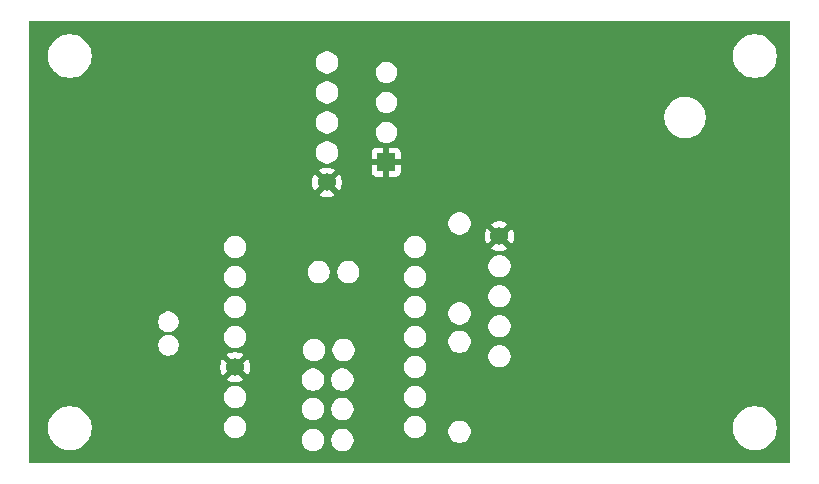
<source format=gbr>
%TF.GenerationSoftware,KiCad,Pcbnew,9.0.4*%
%TF.CreationDate,2025-08-19T16:45:46+02:00*%
%TF.ProjectId,XIAOC6_Occupancy_Battery,5849414f-4336-45f4-9f63-637570616e63,rev?*%
%TF.SameCoordinates,Original*%
%TF.FileFunction,Copper,L3,Inr*%
%TF.FilePolarity,Positive*%
%FSLAX46Y46*%
G04 Gerber Fmt 4.6, Leading zero omitted, Abs format (unit mm)*
G04 Created by KiCad (PCBNEW 9.0.4) date 2025-08-19 16:45:46*
%MOMM*%
%LPD*%
G01*
G04 APERTURE LIST*
%TA.AperFunction,ComponentPad*%
%ADD10R,1.500000X1.500000*%
%TD*%
%TA.AperFunction,ComponentPad*%
%ADD11C,1.524000*%
%TD*%
G04 APERTURE END LIST*
D10*
%TO.N,+3.3V*%
%TO.C,U3*%
X114292500Y-37500000D03*
%TD*%
D11*
%TO.N,+3.3V*%
%TO.C,U2*%
X101500000Y-54840000D03*
%TD*%
%TO.N,+3.3V*%
%TO.C,U4*%
X123876600Y-43762100D03*
%TD*%
%TO.N,+3.3V*%
%TO.C,U1*%
X109270000Y-39207000D03*
%TD*%
%TA.AperFunction,Conductor*%
%TO.N,+3.3V*%
G36*
X148442539Y-25520185D02*
G01*
X148488294Y-25572989D01*
X148499500Y-25624500D01*
X148499500Y-62875500D01*
X148479815Y-62942539D01*
X148427011Y-62988294D01*
X148375500Y-62999500D01*
X84124500Y-62999500D01*
X84057461Y-62979815D01*
X84011706Y-62927011D01*
X84000500Y-62875500D01*
X84000500Y-59878711D01*
X85649500Y-59878711D01*
X85649500Y-60121288D01*
X85681161Y-60361785D01*
X85743947Y-60596104D01*
X85822718Y-60786273D01*
X85836776Y-60820212D01*
X85958064Y-61030289D01*
X85958066Y-61030292D01*
X85958067Y-61030293D01*
X86105733Y-61222736D01*
X86105739Y-61222743D01*
X86277256Y-61394260D01*
X86277262Y-61394265D01*
X86469711Y-61541936D01*
X86679788Y-61663224D01*
X86903900Y-61756054D01*
X87138211Y-61818838D01*
X87318586Y-61842584D01*
X87378711Y-61850500D01*
X87378712Y-61850500D01*
X87621289Y-61850500D01*
X87669388Y-61844167D01*
X87861789Y-61818838D01*
X88096100Y-61756054D01*
X88320212Y-61663224D01*
X88530289Y-61541936D01*
X88722738Y-61394265D01*
X88894265Y-61222738D01*
X89041936Y-61030289D01*
X89113163Y-60906921D01*
X107130000Y-60906921D01*
X107130000Y-61093078D01*
X107166314Y-61275638D01*
X107166316Y-61275646D01*
X107237550Y-61447622D01*
X107237555Y-61447631D01*
X107340970Y-61602401D01*
X107340973Y-61602405D01*
X107472594Y-61734026D01*
X107472598Y-61734029D01*
X107627368Y-61837444D01*
X107627374Y-61837447D01*
X107627375Y-61837448D01*
X107799354Y-61908684D01*
X107981921Y-61944999D01*
X107981924Y-61945000D01*
X107981926Y-61945000D01*
X108168076Y-61945000D01*
X108168077Y-61944999D01*
X108350646Y-61908684D01*
X108522625Y-61837448D01*
X108677402Y-61734029D01*
X108809029Y-61602402D01*
X108912448Y-61447625D01*
X108983684Y-61275646D01*
X109020000Y-61093074D01*
X109020000Y-60906926D01*
X109020000Y-60906923D01*
X109019999Y-60906921D01*
X109630000Y-60906921D01*
X109630000Y-61093078D01*
X109666314Y-61275638D01*
X109666316Y-61275646D01*
X109737550Y-61447622D01*
X109737555Y-61447631D01*
X109840970Y-61602401D01*
X109840973Y-61602405D01*
X109972594Y-61734026D01*
X109972598Y-61734029D01*
X110127368Y-61837444D01*
X110127374Y-61837447D01*
X110127375Y-61837448D01*
X110299354Y-61908684D01*
X110481921Y-61944999D01*
X110481924Y-61945000D01*
X110481926Y-61945000D01*
X110668076Y-61945000D01*
X110668077Y-61944999D01*
X110850646Y-61908684D01*
X111022625Y-61837448D01*
X111177402Y-61734029D01*
X111309029Y-61602402D01*
X111412448Y-61447625D01*
X111483684Y-61275646D01*
X111520000Y-61093074D01*
X111520000Y-60906926D01*
X111520000Y-60906923D01*
X111519999Y-60906921D01*
X111504437Y-60828685D01*
X111483684Y-60724354D01*
X111412448Y-60552375D01*
X111412447Y-60552374D01*
X111412444Y-60552368D01*
X111309029Y-60397598D01*
X111309026Y-60397594D01*
X111177405Y-60265973D01*
X111177401Y-60265970D01*
X111022631Y-60162555D01*
X111022622Y-60162550D01*
X110850646Y-60091316D01*
X110850638Y-60091314D01*
X110668077Y-60055000D01*
X110668074Y-60055000D01*
X110481926Y-60055000D01*
X110481923Y-60055000D01*
X110299361Y-60091314D01*
X110299353Y-60091316D01*
X110127377Y-60162550D01*
X110127368Y-60162555D01*
X109972598Y-60265970D01*
X109972594Y-60265973D01*
X109840973Y-60397594D01*
X109840970Y-60397598D01*
X109737555Y-60552368D01*
X109737550Y-60552377D01*
X109666316Y-60724353D01*
X109666314Y-60724361D01*
X109630000Y-60906921D01*
X109019999Y-60906921D01*
X109004437Y-60828685D01*
X108983684Y-60724354D01*
X108912448Y-60552375D01*
X108912447Y-60552374D01*
X108912444Y-60552368D01*
X108809029Y-60397598D01*
X108809026Y-60397594D01*
X108677405Y-60265973D01*
X108677401Y-60265970D01*
X108522631Y-60162555D01*
X108522622Y-60162550D01*
X108350646Y-60091316D01*
X108350638Y-60091314D01*
X108168077Y-60055000D01*
X108168074Y-60055000D01*
X107981926Y-60055000D01*
X107981923Y-60055000D01*
X107799361Y-60091314D01*
X107799353Y-60091316D01*
X107627377Y-60162550D01*
X107627368Y-60162555D01*
X107472598Y-60265970D01*
X107472594Y-60265973D01*
X107340973Y-60397594D01*
X107340970Y-60397598D01*
X107237555Y-60552368D01*
X107237550Y-60552377D01*
X107166316Y-60724353D01*
X107166314Y-60724361D01*
X107130000Y-60906921D01*
X89113163Y-60906921D01*
X89163224Y-60820212D01*
X89256054Y-60596100D01*
X89318838Y-60361789D01*
X89350500Y-60121288D01*
X89350500Y-59878712D01*
X89343682Y-59826921D01*
X100555000Y-59826921D01*
X100555000Y-60013078D01*
X100591314Y-60195638D01*
X100591316Y-60195646D01*
X100662550Y-60367622D01*
X100662555Y-60367631D01*
X100765970Y-60522401D01*
X100765973Y-60522405D01*
X100897594Y-60654026D01*
X100897598Y-60654029D01*
X101052368Y-60757444D01*
X101052377Y-60757449D01*
X101091336Y-60773586D01*
X101224354Y-60828684D01*
X101406921Y-60864999D01*
X101406924Y-60865000D01*
X101406926Y-60865000D01*
X101593076Y-60865000D01*
X101593077Y-60864999D01*
X101775646Y-60828684D01*
X101947625Y-60757448D01*
X102102402Y-60654029D01*
X102234029Y-60522402D01*
X102337448Y-60367625D01*
X102408684Y-60195646D01*
X102445000Y-60013074D01*
X102445000Y-59826926D01*
X102445000Y-59826923D01*
X102444999Y-59826921D01*
X115795000Y-59826921D01*
X115795000Y-60013078D01*
X115831314Y-60195638D01*
X115831316Y-60195646D01*
X115902550Y-60367622D01*
X115902555Y-60367631D01*
X116005970Y-60522401D01*
X116005973Y-60522405D01*
X116137594Y-60654026D01*
X116137598Y-60654029D01*
X116292368Y-60757444D01*
X116292377Y-60757449D01*
X116331336Y-60773586D01*
X116464354Y-60828684D01*
X116646921Y-60864999D01*
X116646924Y-60865000D01*
X116646926Y-60865000D01*
X116833076Y-60865000D01*
X116833077Y-60864999D01*
X117015646Y-60828684D01*
X117187625Y-60757448D01*
X117342402Y-60654029D01*
X117474029Y-60522402D01*
X117577448Y-60367625D01*
X117639872Y-60216921D01*
X119555000Y-60216921D01*
X119555000Y-60403078D01*
X119591314Y-60585638D01*
X119591316Y-60585646D01*
X119662550Y-60757622D01*
X119662555Y-60757631D01*
X119765970Y-60912401D01*
X119765973Y-60912405D01*
X119897594Y-61044026D01*
X119897598Y-61044029D01*
X120052368Y-61147444D01*
X120052374Y-61147447D01*
X120052375Y-61147448D01*
X120224354Y-61218684D01*
X120406921Y-61254999D01*
X120406924Y-61255000D01*
X120406926Y-61255000D01*
X120593076Y-61255000D01*
X120593077Y-61254999D01*
X120775646Y-61218684D01*
X120947625Y-61147448D01*
X121102402Y-61044029D01*
X121234029Y-60912402D01*
X121337448Y-60757625D01*
X121408684Y-60585646D01*
X121445000Y-60403074D01*
X121445000Y-60216926D01*
X121445000Y-60216923D01*
X121444999Y-60216921D01*
X121440767Y-60195645D01*
X121408684Y-60034354D01*
X121352988Y-59899893D01*
X121344215Y-59878711D01*
X143649500Y-59878711D01*
X143649500Y-60121288D01*
X143681161Y-60361785D01*
X143743947Y-60596104D01*
X143822718Y-60786273D01*
X143836776Y-60820212D01*
X143958064Y-61030289D01*
X143958066Y-61030292D01*
X143958067Y-61030293D01*
X144105733Y-61222736D01*
X144105739Y-61222743D01*
X144277256Y-61394260D01*
X144277262Y-61394265D01*
X144469711Y-61541936D01*
X144679788Y-61663224D01*
X144903900Y-61756054D01*
X145138211Y-61818838D01*
X145318586Y-61842584D01*
X145378711Y-61850500D01*
X145378712Y-61850500D01*
X145621289Y-61850500D01*
X145669388Y-61844167D01*
X145861789Y-61818838D01*
X146096100Y-61756054D01*
X146320212Y-61663224D01*
X146530289Y-61541936D01*
X146722738Y-61394265D01*
X146894265Y-61222738D01*
X147041936Y-61030289D01*
X147163224Y-60820212D01*
X147256054Y-60596100D01*
X147318838Y-60361789D01*
X147350500Y-60121288D01*
X147350500Y-59878712D01*
X147348349Y-59862377D01*
X147327972Y-59707594D01*
X147318838Y-59638211D01*
X147256054Y-59403900D01*
X147163224Y-59179788D01*
X147041936Y-58969711D01*
X146894265Y-58777262D01*
X146894260Y-58777256D01*
X146722743Y-58605739D01*
X146722736Y-58605733D01*
X146530293Y-58458067D01*
X146530292Y-58458066D01*
X146530289Y-58458064D01*
X146320212Y-58336776D01*
X146320205Y-58336773D01*
X146096104Y-58243947D01*
X145978944Y-58212554D01*
X145861789Y-58181162D01*
X145861788Y-58181161D01*
X145861785Y-58181161D01*
X145621289Y-58149500D01*
X145621288Y-58149500D01*
X145378712Y-58149500D01*
X145378711Y-58149500D01*
X145138214Y-58181161D01*
X144903895Y-58243947D01*
X144679794Y-58336773D01*
X144679785Y-58336777D01*
X144469706Y-58458067D01*
X144277263Y-58605733D01*
X144277256Y-58605739D01*
X144105739Y-58777256D01*
X144105733Y-58777263D01*
X143958067Y-58969706D01*
X143836777Y-59179785D01*
X143836773Y-59179794D01*
X143743947Y-59403895D01*
X143681161Y-59638214D01*
X143649500Y-59878711D01*
X121344215Y-59878711D01*
X121337451Y-59862380D01*
X121337444Y-59862368D01*
X121234029Y-59707598D01*
X121234026Y-59707594D01*
X121102405Y-59575973D01*
X121102401Y-59575970D01*
X120947631Y-59472555D01*
X120947622Y-59472550D01*
X120775646Y-59401316D01*
X120775638Y-59401314D01*
X120593077Y-59365000D01*
X120593074Y-59365000D01*
X120406926Y-59365000D01*
X120406923Y-59365000D01*
X120224361Y-59401314D01*
X120224353Y-59401316D01*
X120052377Y-59472550D01*
X120052368Y-59472555D01*
X119897598Y-59575970D01*
X119897594Y-59575973D01*
X119765973Y-59707594D01*
X119765970Y-59707598D01*
X119662555Y-59862368D01*
X119662550Y-59862377D01*
X119591316Y-60034353D01*
X119591314Y-60034361D01*
X119555000Y-60216921D01*
X117639872Y-60216921D01*
X117648684Y-60195646D01*
X117669437Y-60091314D01*
X117685000Y-60013076D01*
X117685000Y-59826923D01*
X117684999Y-59826921D01*
X117648685Y-59644361D01*
X117648684Y-59644354D01*
X117577521Y-59472552D01*
X117577449Y-59472377D01*
X117577444Y-59472368D01*
X117474029Y-59317598D01*
X117474026Y-59317594D01*
X117342405Y-59185973D01*
X117342401Y-59185970D01*
X117187631Y-59082555D01*
X117187622Y-59082550D01*
X117015646Y-59011316D01*
X117015638Y-59011314D01*
X116833077Y-58975000D01*
X116833074Y-58975000D01*
X116646926Y-58975000D01*
X116646923Y-58975000D01*
X116464361Y-59011314D01*
X116464353Y-59011316D01*
X116292377Y-59082550D01*
X116292368Y-59082555D01*
X116137598Y-59185970D01*
X116137594Y-59185973D01*
X116005973Y-59317594D01*
X116005970Y-59317598D01*
X115902555Y-59472368D01*
X115902550Y-59472377D01*
X115831316Y-59644353D01*
X115831314Y-59644361D01*
X115795000Y-59826921D01*
X102444999Y-59826921D01*
X102408685Y-59644361D01*
X102408684Y-59644354D01*
X102337521Y-59472552D01*
X102337449Y-59472377D01*
X102337444Y-59472368D01*
X102234029Y-59317598D01*
X102234026Y-59317594D01*
X102102405Y-59185973D01*
X102102401Y-59185970D01*
X101947631Y-59082555D01*
X101947622Y-59082550D01*
X101775646Y-59011316D01*
X101775638Y-59011314D01*
X101593077Y-58975000D01*
X101593074Y-58975000D01*
X101406926Y-58975000D01*
X101406923Y-58975000D01*
X101224361Y-59011314D01*
X101224353Y-59011316D01*
X101052377Y-59082550D01*
X101052368Y-59082555D01*
X100897598Y-59185970D01*
X100897594Y-59185973D01*
X100765973Y-59317594D01*
X100765970Y-59317598D01*
X100662555Y-59472368D01*
X100662550Y-59472377D01*
X100591316Y-59644353D01*
X100591314Y-59644361D01*
X100555000Y-59826921D01*
X89343682Y-59826921D01*
X89318838Y-59638211D01*
X89256054Y-59403900D01*
X89163224Y-59179788D01*
X89041936Y-58969711D01*
X88894265Y-58777262D01*
X88894260Y-58777256D01*
X88722743Y-58605739D01*
X88722736Y-58605733D01*
X88530293Y-58458067D01*
X88530292Y-58458066D01*
X88530289Y-58458064D01*
X88320212Y-58336776D01*
X88320205Y-58336773D01*
X88096104Y-58243947D01*
X87978944Y-58212554D01*
X87861789Y-58181162D01*
X87861788Y-58181161D01*
X87861785Y-58181161D01*
X87621289Y-58149500D01*
X87621288Y-58149500D01*
X87378712Y-58149500D01*
X87378711Y-58149500D01*
X87138214Y-58181161D01*
X86903895Y-58243947D01*
X86679794Y-58336773D01*
X86679785Y-58336777D01*
X86469706Y-58458067D01*
X86277263Y-58605733D01*
X86277256Y-58605739D01*
X86105739Y-58777256D01*
X86105733Y-58777263D01*
X85958067Y-58969706D01*
X85836777Y-59179785D01*
X85836773Y-59179794D01*
X85743947Y-59403895D01*
X85681161Y-59638214D01*
X85649500Y-59878711D01*
X84000500Y-59878711D01*
X84000500Y-57286921D01*
X100555000Y-57286921D01*
X100555000Y-57473078D01*
X100591314Y-57655638D01*
X100591316Y-57655646D01*
X100662550Y-57827622D01*
X100662555Y-57827631D01*
X100765970Y-57982401D01*
X100765973Y-57982405D01*
X100897594Y-58114026D01*
X100897598Y-58114029D01*
X101052368Y-58217444D01*
X101052374Y-58217447D01*
X101052375Y-58217448D01*
X101224354Y-58288684D01*
X101406921Y-58324999D01*
X101406924Y-58325000D01*
X101406926Y-58325000D01*
X101593076Y-58325000D01*
X101593077Y-58324999D01*
X101683962Y-58306921D01*
X107130000Y-58306921D01*
X107130000Y-58493078D01*
X107166314Y-58675638D01*
X107166316Y-58675646D01*
X107237550Y-58847622D01*
X107237555Y-58847631D01*
X107340970Y-59002401D01*
X107340973Y-59002405D01*
X107472594Y-59134026D01*
X107472598Y-59134029D01*
X107627368Y-59237444D01*
X107627374Y-59237447D01*
X107627375Y-59237448D01*
X107799354Y-59308684D01*
X107981921Y-59344999D01*
X107981924Y-59345000D01*
X107981926Y-59345000D01*
X108168076Y-59345000D01*
X108168077Y-59344999D01*
X108350646Y-59308684D01*
X108522625Y-59237448D01*
X108677402Y-59134029D01*
X108809029Y-59002402D01*
X108912448Y-58847625D01*
X108983684Y-58675646D01*
X109020000Y-58493074D01*
X109020000Y-58306926D01*
X109020000Y-58306923D01*
X109019999Y-58306921D01*
X109630000Y-58306921D01*
X109630000Y-58493078D01*
X109666314Y-58675638D01*
X109666316Y-58675646D01*
X109737550Y-58847622D01*
X109737555Y-58847631D01*
X109840970Y-59002401D01*
X109840973Y-59002405D01*
X109972594Y-59134026D01*
X109972598Y-59134029D01*
X110127368Y-59237444D01*
X110127374Y-59237447D01*
X110127375Y-59237448D01*
X110299354Y-59308684D01*
X110481921Y-59344999D01*
X110481924Y-59345000D01*
X110481926Y-59345000D01*
X110668076Y-59345000D01*
X110668077Y-59344999D01*
X110850646Y-59308684D01*
X111022625Y-59237448D01*
X111177402Y-59134029D01*
X111309029Y-59002402D01*
X111412448Y-58847625D01*
X111483684Y-58675646D01*
X111520000Y-58493074D01*
X111520000Y-58306926D01*
X111520000Y-58306923D01*
X111519999Y-58306921D01*
X111502202Y-58217449D01*
X111483684Y-58124354D01*
X111412448Y-57952375D01*
X111412447Y-57952374D01*
X111412444Y-57952368D01*
X111309029Y-57797598D01*
X111309026Y-57797594D01*
X111177405Y-57665973D01*
X111177401Y-57665970D01*
X111022631Y-57562555D01*
X111022622Y-57562550D01*
X110850646Y-57491316D01*
X110850638Y-57491314D01*
X110668077Y-57455000D01*
X110668074Y-57455000D01*
X110481926Y-57455000D01*
X110481923Y-57455000D01*
X110299361Y-57491314D01*
X110299353Y-57491316D01*
X110127377Y-57562550D01*
X110127368Y-57562555D01*
X109972598Y-57665970D01*
X109972594Y-57665973D01*
X109840973Y-57797594D01*
X109840970Y-57797598D01*
X109737555Y-57952368D01*
X109737550Y-57952377D01*
X109666316Y-58124353D01*
X109666314Y-58124361D01*
X109630000Y-58306921D01*
X109019999Y-58306921D01*
X109002202Y-58217449D01*
X108983684Y-58124354D01*
X108912448Y-57952375D01*
X108912447Y-57952374D01*
X108912444Y-57952368D01*
X108809029Y-57797598D01*
X108809026Y-57797594D01*
X108677405Y-57665973D01*
X108677401Y-57665970D01*
X108522631Y-57562555D01*
X108522622Y-57562550D01*
X108350646Y-57491316D01*
X108350638Y-57491314D01*
X108168077Y-57455000D01*
X108168074Y-57455000D01*
X107981926Y-57455000D01*
X107981923Y-57455000D01*
X107799361Y-57491314D01*
X107799353Y-57491316D01*
X107627377Y-57562550D01*
X107627368Y-57562555D01*
X107472598Y-57665970D01*
X107472594Y-57665973D01*
X107340973Y-57797594D01*
X107340970Y-57797598D01*
X107237555Y-57952368D01*
X107237550Y-57952377D01*
X107166316Y-58124353D01*
X107166314Y-58124361D01*
X107130000Y-58306921D01*
X101683962Y-58306921D01*
X101775646Y-58288684D01*
X101947625Y-58217448D01*
X101947631Y-58217444D01*
X101977133Y-58197732D01*
X102049316Y-58149500D01*
X102102402Y-58114029D01*
X102234029Y-57982402D01*
X102337448Y-57827625D01*
X102408684Y-57655646D01*
X102445000Y-57473074D01*
X102445000Y-57286926D01*
X102445000Y-57286923D01*
X102444999Y-57286921D01*
X115795000Y-57286921D01*
X115795000Y-57473078D01*
X115831314Y-57655638D01*
X115831316Y-57655646D01*
X115902550Y-57827622D01*
X115902555Y-57827631D01*
X116005970Y-57982401D01*
X116005973Y-57982405D01*
X116137594Y-58114026D01*
X116137598Y-58114029D01*
X116292368Y-58217444D01*
X116292374Y-58217447D01*
X116292375Y-58217448D01*
X116464354Y-58288684D01*
X116646921Y-58324999D01*
X116646924Y-58325000D01*
X116646926Y-58325000D01*
X116833076Y-58325000D01*
X116833077Y-58324999D01*
X117015646Y-58288684D01*
X117187625Y-58217448D01*
X117342402Y-58114029D01*
X117474029Y-57982402D01*
X117577448Y-57827625D01*
X117648684Y-57655646D01*
X117685000Y-57473074D01*
X117685000Y-57286926D01*
X117685000Y-57286923D01*
X117684999Y-57286921D01*
X117648685Y-57104361D01*
X117648684Y-57104354D01*
X117577448Y-56932375D01*
X117577447Y-56932374D01*
X117577444Y-56932368D01*
X117474029Y-56777598D01*
X117474026Y-56777594D01*
X117342405Y-56645973D01*
X117342401Y-56645970D01*
X117187631Y-56542555D01*
X117187622Y-56542550D01*
X117015646Y-56471316D01*
X117015638Y-56471314D01*
X116833077Y-56435000D01*
X116833074Y-56435000D01*
X116646926Y-56435000D01*
X116646923Y-56435000D01*
X116464361Y-56471314D01*
X116464353Y-56471316D01*
X116292377Y-56542550D01*
X116292368Y-56542555D01*
X116137598Y-56645970D01*
X116137594Y-56645973D01*
X116005973Y-56777594D01*
X116005970Y-56777598D01*
X115902555Y-56932368D01*
X115902550Y-56932377D01*
X115831316Y-57104353D01*
X115831314Y-57104361D01*
X115795000Y-57286921D01*
X102444999Y-57286921D01*
X102408685Y-57104361D01*
X102408684Y-57104354D01*
X102337448Y-56932375D01*
X102337447Y-56932374D01*
X102337444Y-56932368D01*
X102234029Y-56777598D01*
X102234026Y-56777594D01*
X102102405Y-56645973D01*
X102102401Y-56645970D01*
X101947631Y-56542555D01*
X101947622Y-56542550D01*
X101775646Y-56471316D01*
X101775638Y-56471314D01*
X101593077Y-56435000D01*
X101593074Y-56435000D01*
X101406926Y-56435000D01*
X101406923Y-56435000D01*
X101224361Y-56471314D01*
X101224353Y-56471316D01*
X101052377Y-56542550D01*
X101052368Y-56542555D01*
X100897598Y-56645970D01*
X100897594Y-56645973D01*
X100765973Y-56777594D01*
X100765970Y-56777598D01*
X100662555Y-56932368D01*
X100662550Y-56932377D01*
X100591316Y-57104353D01*
X100591314Y-57104361D01*
X100555000Y-57286921D01*
X84000500Y-57286921D01*
X84000500Y-54740678D01*
X100238000Y-54740678D01*
X100238000Y-54939321D01*
X100269075Y-55135520D01*
X100269075Y-55135523D01*
X100330457Y-55324437D01*
X100420641Y-55501432D01*
X100447730Y-55538715D01*
X100447731Y-55538716D01*
X101062352Y-54924094D01*
X101085792Y-55011571D01*
X101144311Y-55112930D01*
X101227070Y-55195689D01*
X101328429Y-55254208D01*
X101415905Y-55277647D01*
X100801283Y-55892268D01*
X100801283Y-55892269D01*
X100838567Y-55919358D01*
X101015562Y-56009542D01*
X101204477Y-56070924D01*
X101400679Y-56102000D01*
X101599321Y-56102000D01*
X101795520Y-56070924D01*
X101795523Y-56070924D01*
X101984437Y-56009542D01*
X102161425Y-55919362D01*
X102198715Y-55892268D01*
X102194962Y-55888515D01*
X102113368Y-55806921D01*
X107130000Y-55806921D01*
X107130000Y-55993078D01*
X107166314Y-56175638D01*
X107166316Y-56175646D01*
X107237550Y-56347622D01*
X107237555Y-56347631D01*
X107340970Y-56502401D01*
X107340973Y-56502405D01*
X107472594Y-56634026D01*
X107472598Y-56634029D01*
X107627368Y-56737444D01*
X107627374Y-56737447D01*
X107627375Y-56737448D01*
X107799354Y-56808684D01*
X107981921Y-56844999D01*
X107981924Y-56845000D01*
X107981926Y-56845000D01*
X108168076Y-56845000D01*
X108168077Y-56844999D01*
X108350646Y-56808684D01*
X108522625Y-56737448D01*
X108677402Y-56634029D01*
X108809029Y-56502402D01*
X108912448Y-56347625D01*
X108983684Y-56175646D01*
X109020000Y-55993074D01*
X109020000Y-55806926D01*
X109020000Y-55806923D01*
X109019999Y-55806921D01*
X109630000Y-55806921D01*
X109630000Y-55993078D01*
X109666314Y-56175638D01*
X109666316Y-56175646D01*
X109737550Y-56347622D01*
X109737555Y-56347631D01*
X109840970Y-56502401D01*
X109840973Y-56502405D01*
X109972594Y-56634026D01*
X109972598Y-56634029D01*
X110127368Y-56737444D01*
X110127374Y-56737447D01*
X110127375Y-56737448D01*
X110299354Y-56808684D01*
X110481921Y-56844999D01*
X110481924Y-56845000D01*
X110481926Y-56845000D01*
X110668076Y-56845000D01*
X110668077Y-56844999D01*
X110850646Y-56808684D01*
X111022625Y-56737448D01*
X111177402Y-56634029D01*
X111309029Y-56502402D01*
X111412448Y-56347625D01*
X111483684Y-56175646D01*
X111520000Y-55993074D01*
X111520000Y-55806926D01*
X111520000Y-55806923D01*
X111519999Y-55806921D01*
X111483685Y-55624361D01*
X111483684Y-55624354D01*
X111412448Y-55452375D01*
X111412447Y-55452374D01*
X111412444Y-55452368D01*
X111309029Y-55297598D01*
X111309026Y-55297594D01*
X111177405Y-55165973D01*
X111177401Y-55165970D01*
X111022631Y-55062555D01*
X111022622Y-55062550D01*
X110850646Y-54991316D01*
X110850638Y-54991314D01*
X110668077Y-54955000D01*
X110668074Y-54955000D01*
X110481926Y-54955000D01*
X110481923Y-54955000D01*
X110299361Y-54991314D01*
X110299353Y-54991316D01*
X110127377Y-55062550D01*
X110127368Y-55062555D01*
X109972598Y-55165970D01*
X109972594Y-55165973D01*
X109840973Y-55297594D01*
X109840970Y-55297598D01*
X109737555Y-55452368D01*
X109737550Y-55452377D01*
X109666316Y-55624353D01*
X109666314Y-55624361D01*
X109630000Y-55806921D01*
X109019999Y-55806921D01*
X108983685Y-55624361D01*
X108983684Y-55624354D01*
X108912448Y-55452375D01*
X108912447Y-55452374D01*
X108912444Y-55452368D01*
X108809029Y-55297598D01*
X108809026Y-55297594D01*
X108677405Y-55165973D01*
X108677401Y-55165970D01*
X108522631Y-55062555D01*
X108522622Y-55062550D01*
X108350646Y-54991316D01*
X108350638Y-54991314D01*
X108168077Y-54955000D01*
X108168074Y-54955000D01*
X107981926Y-54955000D01*
X107981923Y-54955000D01*
X107799361Y-54991314D01*
X107799353Y-54991316D01*
X107627377Y-55062550D01*
X107627368Y-55062555D01*
X107472598Y-55165970D01*
X107472594Y-55165973D01*
X107340973Y-55297594D01*
X107340970Y-55297598D01*
X107237555Y-55452368D01*
X107237550Y-55452377D01*
X107166316Y-55624353D01*
X107166314Y-55624361D01*
X107130000Y-55806921D01*
X102113368Y-55806921D01*
X101584095Y-55277647D01*
X101671571Y-55254208D01*
X101772930Y-55195689D01*
X101855689Y-55112930D01*
X101914208Y-55011571D01*
X101937647Y-54924094D01*
X102552268Y-55538715D01*
X102579362Y-55501425D01*
X102669542Y-55324437D01*
X102730924Y-55135523D01*
X102730924Y-55135520D01*
X102762000Y-54939321D01*
X102762000Y-54746921D01*
X115795000Y-54746921D01*
X115795000Y-54933078D01*
X115831314Y-55115638D01*
X115831316Y-55115646D01*
X115902550Y-55287622D01*
X115902555Y-55287631D01*
X116005970Y-55442401D01*
X116005973Y-55442405D01*
X116137594Y-55574026D01*
X116137598Y-55574029D01*
X116292368Y-55677444D01*
X116292374Y-55677447D01*
X116292375Y-55677448D01*
X116464354Y-55748684D01*
X116646921Y-55784999D01*
X116646924Y-55785000D01*
X116646926Y-55785000D01*
X116833076Y-55785000D01*
X116833077Y-55784999D01*
X117015646Y-55748684D01*
X117187625Y-55677448D01*
X117342402Y-55574029D01*
X117474029Y-55442402D01*
X117577448Y-55287625D01*
X117648684Y-55115646D01*
X117685000Y-54933074D01*
X117685000Y-54746926D01*
X117685000Y-54746923D01*
X117684999Y-54746921D01*
X117666939Y-54656129D01*
X117648684Y-54564354D01*
X117591290Y-54425792D01*
X117577449Y-54392377D01*
X117577444Y-54392368D01*
X117474029Y-54237598D01*
X117474026Y-54237594D01*
X117342405Y-54105973D01*
X117342401Y-54105970D01*
X117187631Y-54002555D01*
X117187622Y-54002550D01*
X117030563Y-53937495D01*
X117015646Y-53931316D01*
X117015638Y-53931314D01*
X116833077Y-53895000D01*
X116833074Y-53895000D01*
X116646926Y-53895000D01*
X116646923Y-53895000D01*
X116464361Y-53931314D01*
X116464353Y-53931316D01*
X116292377Y-54002550D01*
X116292368Y-54002555D01*
X116137598Y-54105970D01*
X116137594Y-54105973D01*
X116005973Y-54237594D01*
X116005970Y-54237598D01*
X115902555Y-54392368D01*
X115902550Y-54392377D01*
X115831316Y-54564353D01*
X115831314Y-54564361D01*
X115795000Y-54746921D01*
X102762000Y-54746921D01*
X102762000Y-54740678D01*
X102730924Y-54544479D01*
X102730924Y-54544476D01*
X102669542Y-54355562D01*
X102579358Y-54178567D01*
X102552268Y-54141283D01*
X101937647Y-54755904D01*
X101914208Y-54668429D01*
X101855689Y-54567070D01*
X101772930Y-54484311D01*
X101671571Y-54425792D01*
X101584094Y-54402352D01*
X102198716Y-53787731D01*
X102198715Y-53787730D01*
X102161432Y-53760641D01*
X101984437Y-53670457D01*
X101795522Y-53609075D01*
X101599321Y-53578000D01*
X101400679Y-53578000D01*
X101204479Y-53609075D01*
X101204476Y-53609075D01*
X101015562Y-53670457D01*
X100838564Y-53760643D01*
X100801283Y-53787729D01*
X100801282Y-53787730D01*
X101415906Y-54402352D01*
X101328429Y-54425792D01*
X101227070Y-54484311D01*
X101144311Y-54567070D01*
X101085792Y-54668429D01*
X101062352Y-54755905D01*
X100447730Y-54141282D01*
X100447729Y-54141283D01*
X100420643Y-54178564D01*
X100330457Y-54355562D01*
X100269075Y-54544476D01*
X100269075Y-54544479D01*
X100238000Y-54740678D01*
X84000500Y-54740678D01*
X84000500Y-52913766D01*
X94974500Y-52913766D01*
X94974500Y-53086233D01*
X95008143Y-53255366D01*
X95008146Y-53255378D01*
X95074138Y-53414698D01*
X95074145Y-53414711D01*
X95169954Y-53558098D01*
X95169957Y-53558102D01*
X95291897Y-53680042D01*
X95291901Y-53680045D01*
X95435288Y-53775854D01*
X95435301Y-53775861D01*
X95563654Y-53829026D01*
X95594626Y-53841855D01*
X95763766Y-53875499D01*
X95763769Y-53875500D01*
X95763771Y-53875500D01*
X95936231Y-53875500D01*
X95936232Y-53875499D01*
X96105374Y-53841855D01*
X96264705Y-53775858D01*
X96408099Y-53680045D01*
X96530045Y-53558099D01*
X96625858Y-53414705D01*
X96670504Y-53306921D01*
X107230000Y-53306921D01*
X107230000Y-53493078D01*
X107266314Y-53675638D01*
X107266316Y-53675646D01*
X107337550Y-53847622D01*
X107337555Y-53847631D01*
X107440970Y-54002401D01*
X107440973Y-54002405D01*
X107572594Y-54134026D01*
X107572598Y-54134029D01*
X107727368Y-54237444D01*
X107727374Y-54237447D01*
X107727375Y-54237448D01*
X107899354Y-54308684D01*
X108081921Y-54344999D01*
X108081924Y-54345000D01*
X108081926Y-54345000D01*
X108268076Y-54345000D01*
X108268077Y-54344999D01*
X108450646Y-54308684D01*
X108622625Y-54237448D01*
X108777402Y-54134029D01*
X108909029Y-54002402D01*
X109012448Y-53847625D01*
X109083684Y-53675646D01*
X109120000Y-53493074D01*
X109120000Y-53306926D01*
X109120000Y-53306923D01*
X109119999Y-53306921D01*
X109730000Y-53306921D01*
X109730000Y-53493078D01*
X109766314Y-53675638D01*
X109766316Y-53675646D01*
X109837550Y-53847622D01*
X109837555Y-53847631D01*
X109940970Y-54002401D01*
X109940973Y-54002405D01*
X110072594Y-54134026D01*
X110072598Y-54134029D01*
X110227368Y-54237444D01*
X110227374Y-54237447D01*
X110227375Y-54237448D01*
X110399354Y-54308684D01*
X110581921Y-54344999D01*
X110581924Y-54345000D01*
X110581926Y-54345000D01*
X110768076Y-54345000D01*
X110768077Y-54344999D01*
X110950646Y-54308684D01*
X111122625Y-54237448D01*
X111277402Y-54134029D01*
X111409029Y-54002402D01*
X111512448Y-53847625D01*
X111520154Y-53829021D01*
X122931600Y-53829021D01*
X122931600Y-54015178D01*
X122967914Y-54197738D01*
X122967916Y-54197746D01*
X123039150Y-54369722D01*
X123039155Y-54369731D01*
X123142570Y-54524501D01*
X123142573Y-54524505D01*
X123274194Y-54656126D01*
X123274198Y-54656129D01*
X123428968Y-54759544D01*
X123428974Y-54759547D01*
X123428975Y-54759548D01*
X123600954Y-54830784D01*
X123783521Y-54867099D01*
X123783524Y-54867100D01*
X123783526Y-54867100D01*
X123969676Y-54867100D01*
X123969677Y-54867099D01*
X124152246Y-54830784D01*
X124324225Y-54759548D01*
X124479002Y-54656129D01*
X124610629Y-54524502D01*
X124714048Y-54369725D01*
X124785284Y-54197746D01*
X124821600Y-54015174D01*
X124821600Y-53829026D01*
X124821600Y-53829023D01*
X124821599Y-53829021D01*
X124802278Y-53731888D01*
X124785284Y-53646454D01*
X124714048Y-53474475D01*
X124714047Y-53474474D01*
X124714044Y-53474468D01*
X124610629Y-53319698D01*
X124610626Y-53319694D01*
X124479005Y-53188073D01*
X124479001Y-53188070D01*
X124324231Y-53084655D01*
X124324222Y-53084650D01*
X124152246Y-53013416D01*
X124152238Y-53013414D01*
X123969677Y-52977100D01*
X123969674Y-52977100D01*
X123783526Y-52977100D01*
X123783523Y-52977100D01*
X123600961Y-53013414D01*
X123600953Y-53013416D01*
X123428977Y-53084650D01*
X123428968Y-53084655D01*
X123274198Y-53188070D01*
X123274194Y-53188073D01*
X123142573Y-53319694D01*
X123142570Y-53319698D01*
X123039155Y-53474468D01*
X123039150Y-53474477D01*
X122967916Y-53646453D01*
X122967914Y-53646461D01*
X122931600Y-53829021D01*
X111520154Y-53829021D01*
X111583684Y-53675646D01*
X111620000Y-53493074D01*
X111620000Y-53306926D01*
X111620000Y-53306923D01*
X111619999Y-53306921D01*
X111607682Y-53244999D01*
X111583684Y-53124354D01*
X111512448Y-52952375D01*
X111512447Y-52952374D01*
X111512444Y-52952368D01*
X111409029Y-52797598D01*
X111409026Y-52797594D01*
X111277405Y-52665973D01*
X111277401Y-52665970D01*
X111122631Y-52562555D01*
X111122622Y-52562550D01*
X110950646Y-52491316D01*
X110950638Y-52491314D01*
X110768077Y-52455000D01*
X110768074Y-52455000D01*
X110581926Y-52455000D01*
X110581923Y-52455000D01*
X110399361Y-52491314D01*
X110399353Y-52491316D01*
X110227377Y-52562550D01*
X110227368Y-52562555D01*
X110072598Y-52665970D01*
X110072594Y-52665973D01*
X109940973Y-52797594D01*
X109940970Y-52797598D01*
X109837555Y-52952368D01*
X109837550Y-52952377D01*
X109766316Y-53124353D01*
X109766314Y-53124361D01*
X109730000Y-53306921D01*
X109119999Y-53306921D01*
X109107682Y-53244999D01*
X109083684Y-53124354D01*
X109012448Y-52952375D01*
X109012447Y-52952374D01*
X109012444Y-52952368D01*
X108909029Y-52797598D01*
X108909026Y-52797594D01*
X108777405Y-52665973D01*
X108777401Y-52665970D01*
X108622631Y-52562555D01*
X108622622Y-52562550D01*
X108450646Y-52491316D01*
X108450638Y-52491314D01*
X108268077Y-52455000D01*
X108268074Y-52455000D01*
X108081926Y-52455000D01*
X108081923Y-52455000D01*
X107899361Y-52491314D01*
X107899353Y-52491316D01*
X107727377Y-52562550D01*
X107727368Y-52562555D01*
X107572598Y-52665970D01*
X107572594Y-52665973D01*
X107440973Y-52797594D01*
X107440970Y-52797598D01*
X107337555Y-52952368D01*
X107337550Y-52952377D01*
X107266316Y-53124353D01*
X107266314Y-53124361D01*
X107230000Y-53306921D01*
X96670504Y-53306921D01*
X96691855Y-53255374D01*
X96725500Y-53086229D01*
X96725500Y-52913771D01*
X96725500Y-52913768D01*
X96725499Y-52913766D01*
X96702391Y-52797594D01*
X96691855Y-52744626D01*
X96630676Y-52596926D01*
X96625861Y-52585301D01*
X96625854Y-52585288D01*
X96530045Y-52441901D01*
X96530042Y-52441897D01*
X96408102Y-52319957D01*
X96384125Y-52303936D01*
X96384123Y-52303934D01*
X96264711Y-52224145D01*
X96264698Y-52224138D01*
X96223132Y-52206921D01*
X100555000Y-52206921D01*
X100555000Y-52393078D01*
X100591314Y-52575638D01*
X100591316Y-52575646D01*
X100662550Y-52747622D01*
X100662555Y-52747631D01*
X100765970Y-52902401D01*
X100765973Y-52902405D01*
X100897594Y-53034026D01*
X100897598Y-53034029D01*
X101052368Y-53137444D01*
X101052377Y-53137449D01*
X101091336Y-53153586D01*
X101224354Y-53208684D01*
X101406921Y-53244999D01*
X101406924Y-53245000D01*
X101406926Y-53245000D01*
X101593076Y-53245000D01*
X101593077Y-53244999D01*
X101775646Y-53208684D01*
X101947625Y-53137448D01*
X102102402Y-53034029D01*
X102234029Y-52902402D01*
X102337448Y-52747625D01*
X102408684Y-52575646D01*
X102445000Y-52393074D01*
X102445000Y-52206926D01*
X102445000Y-52206923D01*
X102444999Y-52206921D01*
X115795000Y-52206921D01*
X115795000Y-52393078D01*
X115831314Y-52575638D01*
X115831316Y-52575646D01*
X115902550Y-52747622D01*
X115902555Y-52747631D01*
X116005970Y-52902401D01*
X116005973Y-52902405D01*
X116137594Y-53034026D01*
X116137598Y-53034029D01*
X116292368Y-53137444D01*
X116292377Y-53137449D01*
X116331336Y-53153586D01*
X116464354Y-53208684D01*
X116646921Y-53244999D01*
X116646924Y-53245000D01*
X116646926Y-53245000D01*
X116833076Y-53245000D01*
X116833077Y-53244999D01*
X117015646Y-53208684D01*
X117187625Y-53137448D01*
X117342402Y-53034029D01*
X117474029Y-52902402D01*
X117577448Y-52747625D01*
X117639872Y-52596921D01*
X119555000Y-52596921D01*
X119555000Y-52783078D01*
X119591314Y-52965638D01*
X119591316Y-52965646D01*
X119662550Y-53137622D01*
X119662555Y-53137631D01*
X119765970Y-53292401D01*
X119765973Y-53292405D01*
X119897594Y-53424026D01*
X119897598Y-53424029D01*
X120052368Y-53527444D01*
X120052374Y-53527447D01*
X120052375Y-53527448D01*
X120224354Y-53598684D01*
X120406921Y-53634999D01*
X120406924Y-53635000D01*
X120406926Y-53635000D01*
X120593076Y-53635000D01*
X120593077Y-53634999D01*
X120775646Y-53598684D01*
X120947625Y-53527448D01*
X121102402Y-53424029D01*
X121234029Y-53292402D01*
X121337448Y-53137625D01*
X121408684Y-52965646D01*
X121445000Y-52783074D01*
X121445000Y-52596926D01*
X121445000Y-52596923D01*
X121444999Y-52596921D01*
X121440767Y-52575645D01*
X121408684Y-52414354D01*
X121337448Y-52242375D01*
X121337447Y-52242374D01*
X121337444Y-52242368D01*
X121234029Y-52087598D01*
X121234026Y-52087594D01*
X121102405Y-51955973D01*
X121102401Y-51955970D01*
X120947631Y-51852555D01*
X120947622Y-51852550D01*
X120775646Y-51781316D01*
X120775638Y-51781314D01*
X120593077Y-51745000D01*
X120593074Y-51745000D01*
X120406926Y-51745000D01*
X120406923Y-51745000D01*
X120224361Y-51781314D01*
X120224353Y-51781316D01*
X120052377Y-51852550D01*
X120052368Y-51852555D01*
X119897598Y-51955970D01*
X119897594Y-51955973D01*
X119765973Y-52087594D01*
X119765970Y-52087598D01*
X119662555Y-52242368D01*
X119662550Y-52242377D01*
X119591316Y-52414353D01*
X119591314Y-52414361D01*
X119555000Y-52596921D01*
X117639872Y-52596921D01*
X117648684Y-52575646D01*
X117651761Y-52560172D01*
X117685000Y-52393076D01*
X117685000Y-52206923D01*
X117684999Y-52206921D01*
X117666939Y-52116129D01*
X117648684Y-52024354D01*
X117577521Y-51852552D01*
X117577449Y-51852377D01*
X117577444Y-51852368D01*
X117474029Y-51697598D01*
X117474026Y-51697594D01*
X117342405Y-51565973D01*
X117342401Y-51565970D01*
X117187631Y-51462555D01*
X117187622Y-51462550D01*
X117015646Y-51391316D01*
X117015638Y-51391314D01*
X116833077Y-51355000D01*
X116833074Y-51355000D01*
X116646926Y-51355000D01*
X116646923Y-51355000D01*
X116464361Y-51391314D01*
X116464353Y-51391316D01*
X116292377Y-51462550D01*
X116292368Y-51462555D01*
X116137598Y-51565970D01*
X116137594Y-51565973D01*
X116005973Y-51697594D01*
X116005970Y-51697598D01*
X115902555Y-51852368D01*
X115902550Y-51852377D01*
X115831316Y-52024353D01*
X115831314Y-52024361D01*
X115795000Y-52206921D01*
X102444999Y-52206921D01*
X102426939Y-52116129D01*
X102408684Y-52024354D01*
X102337521Y-51852552D01*
X102337449Y-51852377D01*
X102337444Y-51852368D01*
X102234029Y-51697598D01*
X102234026Y-51697594D01*
X102102405Y-51565973D01*
X102102401Y-51565970D01*
X101947631Y-51462555D01*
X101947622Y-51462550D01*
X101775646Y-51391316D01*
X101775638Y-51391314D01*
X101593077Y-51355000D01*
X101593074Y-51355000D01*
X101406926Y-51355000D01*
X101406923Y-51355000D01*
X101224361Y-51391314D01*
X101224353Y-51391316D01*
X101052377Y-51462550D01*
X101052368Y-51462555D01*
X100897598Y-51565970D01*
X100897594Y-51565973D01*
X100765973Y-51697594D01*
X100765970Y-51697598D01*
X100662555Y-51852368D01*
X100662550Y-51852377D01*
X100591316Y-52024353D01*
X100591314Y-52024361D01*
X100555000Y-52206921D01*
X96223132Y-52206921D01*
X96105378Y-52158146D01*
X96105366Y-52158143D01*
X95936232Y-52124500D01*
X95936229Y-52124500D01*
X95763771Y-52124500D01*
X95763768Y-52124500D01*
X95594633Y-52158143D01*
X95594621Y-52158146D01*
X95435301Y-52224138D01*
X95435288Y-52224145D01*
X95291901Y-52319954D01*
X95291897Y-52319957D01*
X95169957Y-52441897D01*
X95169954Y-52441901D01*
X95074145Y-52585288D01*
X95074138Y-52585301D01*
X95008146Y-52744621D01*
X95008143Y-52744633D01*
X94974500Y-52913766D01*
X84000500Y-52913766D01*
X84000500Y-50913766D01*
X94974500Y-50913766D01*
X94974500Y-51086233D01*
X95008143Y-51255366D01*
X95008146Y-51255378D01*
X95074138Y-51414698D01*
X95074145Y-51414711D01*
X95169954Y-51558098D01*
X95169957Y-51558102D01*
X95291897Y-51680042D01*
X95291901Y-51680045D01*
X95435288Y-51775854D01*
X95435301Y-51775861D01*
X95565356Y-51829731D01*
X95594626Y-51841855D01*
X95763766Y-51875499D01*
X95763769Y-51875500D01*
X95763771Y-51875500D01*
X95936231Y-51875500D01*
X95936232Y-51875499D01*
X96105374Y-51841855D01*
X96264705Y-51775858D01*
X96408099Y-51680045D01*
X96530045Y-51558099D01*
X96625858Y-51414705D01*
X96677918Y-51289021D01*
X122931600Y-51289021D01*
X122931600Y-51475178D01*
X122967914Y-51657738D01*
X122967916Y-51657746D01*
X123039150Y-51829722D01*
X123039155Y-51829731D01*
X123142570Y-51984501D01*
X123142573Y-51984505D01*
X123274194Y-52116126D01*
X123274198Y-52116129D01*
X123428968Y-52219544D01*
X123428974Y-52219547D01*
X123428975Y-52219548D01*
X123600954Y-52290784D01*
X123747601Y-52319954D01*
X123783521Y-52327099D01*
X123783524Y-52327100D01*
X123783526Y-52327100D01*
X123969676Y-52327100D01*
X123969677Y-52327099D01*
X124152246Y-52290784D01*
X124324225Y-52219548D01*
X124479002Y-52116129D01*
X124610629Y-51984502D01*
X124714048Y-51829725D01*
X124785284Y-51657746D01*
X124821600Y-51475174D01*
X124821600Y-51289026D01*
X124821600Y-51289023D01*
X124821599Y-51289021D01*
X124814832Y-51255000D01*
X124785284Y-51106454D01*
X124714048Y-50934475D01*
X124714047Y-50934474D01*
X124714044Y-50934468D01*
X124610629Y-50779698D01*
X124610626Y-50779694D01*
X124479005Y-50648073D01*
X124479001Y-50648070D01*
X124324231Y-50544655D01*
X124324222Y-50544650D01*
X124152246Y-50473416D01*
X124152238Y-50473414D01*
X123969677Y-50437100D01*
X123969674Y-50437100D01*
X123783526Y-50437100D01*
X123783523Y-50437100D01*
X123600961Y-50473414D01*
X123600953Y-50473416D01*
X123428977Y-50544650D01*
X123428968Y-50544655D01*
X123274198Y-50648070D01*
X123274194Y-50648073D01*
X123142573Y-50779694D01*
X123142570Y-50779698D01*
X123039155Y-50934468D01*
X123039150Y-50934477D01*
X122967916Y-51106453D01*
X122967914Y-51106461D01*
X122931600Y-51289021D01*
X96677918Y-51289021D01*
X96691855Y-51255374D01*
X96725500Y-51086229D01*
X96725500Y-50913771D01*
X96725500Y-50913768D01*
X96725499Y-50913766D01*
X96698830Y-50779694D01*
X96691855Y-50744626D01*
X96691853Y-50744621D01*
X96625861Y-50585301D01*
X96625854Y-50585288D01*
X96530045Y-50441901D01*
X96530042Y-50441897D01*
X96408102Y-50319957D01*
X96408098Y-50319954D01*
X96264711Y-50224145D01*
X96264698Y-50224138D01*
X96105378Y-50158146D01*
X96105366Y-50158143D01*
X95936232Y-50124500D01*
X95936229Y-50124500D01*
X95763771Y-50124500D01*
X95763768Y-50124500D01*
X95594633Y-50158143D01*
X95594621Y-50158146D01*
X95435301Y-50224138D01*
X95435288Y-50224145D01*
X95291901Y-50319954D01*
X95291897Y-50319957D01*
X95169957Y-50441897D01*
X95169954Y-50441901D01*
X95074145Y-50585288D01*
X95074138Y-50585301D01*
X95008146Y-50744621D01*
X95008143Y-50744633D01*
X94974500Y-50913766D01*
X84000500Y-50913766D01*
X84000500Y-49666921D01*
X100555000Y-49666921D01*
X100555000Y-49853078D01*
X100591314Y-50035638D01*
X100591316Y-50035646D01*
X100662550Y-50207622D01*
X100662555Y-50207631D01*
X100765970Y-50362401D01*
X100765973Y-50362405D01*
X100897594Y-50494026D01*
X100897598Y-50494029D01*
X101052368Y-50597444D01*
X101052374Y-50597447D01*
X101052375Y-50597448D01*
X101224354Y-50668684D01*
X101406921Y-50704999D01*
X101406924Y-50705000D01*
X101406926Y-50705000D01*
X101593076Y-50705000D01*
X101593077Y-50704999D01*
X101775646Y-50668684D01*
X101947625Y-50597448D01*
X102102402Y-50494029D01*
X102234029Y-50362402D01*
X102337448Y-50207625D01*
X102408684Y-50035646D01*
X102445000Y-49853074D01*
X102445000Y-49666926D01*
X102445000Y-49666923D01*
X102444999Y-49666921D01*
X115795000Y-49666921D01*
X115795000Y-49853078D01*
X115831314Y-50035638D01*
X115831316Y-50035646D01*
X115902550Y-50207622D01*
X115902555Y-50207631D01*
X116005970Y-50362401D01*
X116005973Y-50362405D01*
X116137594Y-50494026D01*
X116137598Y-50494029D01*
X116292368Y-50597444D01*
X116292374Y-50597447D01*
X116292375Y-50597448D01*
X116464354Y-50668684D01*
X116646921Y-50704999D01*
X116646924Y-50705000D01*
X116646926Y-50705000D01*
X116833076Y-50705000D01*
X116833077Y-50704999D01*
X117015646Y-50668684D01*
X117187625Y-50597448D01*
X117342402Y-50494029D01*
X117474029Y-50362402D01*
X117571237Y-50216921D01*
X119555000Y-50216921D01*
X119555000Y-50403078D01*
X119591314Y-50585638D01*
X119591316Y-50585646D01*
X119662550Y-50757622D01*
X119662555Y-50757631D01*
X119765970Y-50912401D01*
X119765973Y-50912405D01*
X119897594Y-51044026D01*
X119897598Y-51044029D01*
X120052368Y-51147444D01*
X120052374Y-51147447D01*
X120052375Y-51147448D01*
X120224354Y-51218684D01*
X120406921Y-51254999D01*
X120406924Y-51255000D01*
X120406926Y-51255000D01*
X120593076Y-51255000D01*
X120593077Y-51254999D01*
X120775646Y-51218684D01*
X120947625Y-51147448D01*
X121102402Y-51044029D01*
X121234029Y-50912402D01*
X121337448Y-50757625D01*
X121408684Y-50585646D01*
X121445000Y-50403074D01*
X121445000Y-50216926D01*
X121445000Y-50216923D01*
X121444999Y-50216921D01*
X121426615Y-50124500D01*
X121408684Y-50034354D01*
X121337448Y-49862375D01*
X121337447Y-49862374D01*
X121337444Y-49862368D01*
X121234029Y-49707598D01*
X121234026Y-49707594D01*
X121102405Y-49575973D01*
X121102401Y-49575970D01*
X120947631Y-49472555D01*
X120947622Y-49472550D01*
X120775646Y-49401316D01*
X120775638Y-49401314D01*
X120593077Y-49365000D01*
X120593074Y-49365000D01*
X120406926Y-49365000D01*
X120406923Y-49365000D01*
X120224361Y-49401314D01*
X120224353Y-49401316D01*
X120052377Y-49472550D01*
X120052368Y-49472555D01*
X119897598Y-49575970D01*
X119897594Y-49575973D01*
X119765973Y-49707594D01*
X119765970Y-49707598D01*
X119662555Y-49862368D01*
X119662550Y-49862377D01*
X119591316Y-50034353D01*
X119591314Y-50034361D01*
X119555000Y-50216921D01*
X117571237Y-50216921D01*
X117577448Y-50207625D01*
X117587473Y-50183421D01*
X117595775Y-50163381D01*
X117595775Y-50163379D01*
X117648682Y-50035650D01*
X117648684Y-50035646D01*
X117685000Y-49853074D01*
X117685000Y-49666926D01*
X117685000Y-49666923D01*
X117684999Y-49666921D01*
X117666939Y-49576129D01*
X117648684Y-49484354D01*
X117577448Y-49312375D01*
X117577447Y-49312374D01*
X117577444Y-49312368D01*
X117474029Y-49157598D01*
X117474026Y-49157594D01*
X117342405Y-49025973D01*
X117342401Y-49025970D01*
X117187631Y-48922555D01*
X117187622Y-48922550D01*
X117030563Y-48857495D01*
X117015646Y-48851316D01*
X117015638Y-48851314D01*
X116833077Y-48815000D01*
X116833074Y-48815000D01*
X116646926Y-48815000D01*
X116646923Y-48815000D01*
X116464361Y-48851314D01*
X116464353Y-48851316D01*
X116292377Y-48922550D01*
X116292368Y-48922555D01*
X116137598Y-49025970D01*
X116137594Y-49025973D01*
X116005973Y-49157594D01*
X116005970Y-49157598D01*
X115902555Y-49312368D01*
X115902550Y-49312377D01*
X115831316Y-49484353D01*
X115831314Y-49484361D01*
X115795000Y-49666921D01*
X102444999Y-49666921D01*
X102426939Y-49576129D01*
X102408684Y-49484354D01*
X102337448Y-49312375D01*
X102337447Y-49312374D01*
X102337444Y-49312368D01*
X102234029Y-49157598D01*
X102234026Y-49157594D01*
X102102405Y-49025973D01*
X102102401Y-49025970D01*
X101947631Y-48922555D01*
X101947622Y-48922550D01*
X101775646Y-48851316D01*
X101775638Y-48851314D01*
X101593077Y-48815000D01*
X101593074Y-48815000D01*
X101406926Y-48815000D01*
X101406923Y-48815000D01*
X101224361Y-48851314D01*
X101224353Y-48851316D01*
X101052377Y-48922550D01*
X101052368Y-48922555D01*
X100897598Y-49025970D01*
X100897594Y-49025973D01*
X100765973Y-49157594D01*
X100765970Y-49157598D01*
X100662555Y-49312368D01*
X100662550Y-49312377D01*
X100591316Y-49484353D01*
X100591314Y-49484361D01*
X100555000Y-49666921D01*
X84000500Y-49666921D01*
X84000500Y-48749021D01*
X122931600Y-48749021D01*
X122931600Y-48935178D01*
X122967914Y-49117738D01*
X122967916Y-49117746D01*
X123039150Y-49289722D01*
X123039155Y-49289731D01*
X123142570Y-49444501D01*
X123142573Y-49444505D01*
X123274194Y-49576126D01*
X123274198Y-49576129D01*
X123428968Y-49679544D01*
X123428974Y-49679547D01*
X123428975Y-49679548D01*
X123600954Y-49750784D01*
X123783521Y-49787099D01*
X123783524Y-49787100D01*
X123783526Y-49787100D01*
X123969676Y-49787100D01*
X123969677Y-49787099D01*
X124152246Y-49750784D01*
X124324225Y-49679548D01*
X124479002Y-49576129D01*
X124610629Y-49444502D01*
X124714048Y-49289725D01*
X124785284Y-49117746D01*
X124821600Y-48935174D01*
X124821600Y-48749026D01*
X124821600Y-48749023D01*
X124821599Y-48749021D01*
X124785285Y-48566461D01*
X124785284Y-48566454D01*
X124714048Y-48394475D01*
X124714047Y-48394474D01*
X124714044Y-48394468D01*
X124610629Y-48239698D01*
X124610626Y-48239694D01*
X124479005Y-48108073D01*
X124479001Y-48108070D01*
X124324231Y-48004655D01*
X124324222Y-48004650D01*
X124152246Y-47933416D01*
X124152238Y-47933414D01*
X123969677Y-47897100D01*
X123969674Y-47897100D01*
X123783526Y-47897100D01*
X123783523Y-47897100D01*
X123600961Y-47933414D01*
X123600953Y-47933416D01*
X123428977Y-48004650D01*
X123428968Y-48004655D01*
X123274198Y-48108070D01*
X123274194Y-48108073D01*
X123142573Y-48239694D01*
X123142570Y-48239698D01*
X123039155Y-48394468D01*
X123039150Y-48394477D01*
X122967916Y-48566453D01*
X122967914Y-48566461D01*
X122931600Y-48749021D01*
X84000500Y-48749021D01*
X84000500Y-47126921D01*
X100555000Y-47126921D01*
X100555000Y-47313078D01*
X100591314Y-47495638D01*
X100591316Y-47495646D01*
X100662550Y-47667622D01*
X100662555Y-47667631D01*
X100765970Y-47822401D01*
X100765973Y-47822405D01*
X100897594Y-47954026D01*
X100897598Y-47954029D01*
X101052368Y-48057444D01*
X101052374Y-48057447D01*
X101052375Y-48057448D01*
X101224354Y-48128684D01*
X101406921Y-48164999D01*
X101406924Y-48165000D01*
X101406926Y-48165000D01*
X101593076Y-48165000D01*
X101593077Y-48164999D01*
X101775646Y-48128684D01*
X101947625Y-48057448D01*
X102102402Y-47954029D01*
X102234029Y-47822402D01*
X102337448Y-47667625D01*
X102408684Y-47495646D01*
X102445000Y-47313074D01*
X102445000Y-47126926D01*
X102445000Y-47126923D01*
X102444999Y-47126921D01*
X102426939Y-47036129D01*
X102408684Y-46944354D01*
X102337448Y-46772375D01*
X102337447Y-46772374D01*
X102337444Y-46772368D01*
X102335678Y-46769725D01*
X102293713Y-46706921D01*
X107630000Y-46706921D01*
X107630000Y-46893078D01*
X107666314Y-47075638D01*
X107666316Y-47075646D01*
X107737550Y-47247622D01*
X107737555Y-47247631D01*
X107840970Y-47402401D01*
X107840973Y-47402405D01*
X107972594Y-47534026D01*
X107972598Y-47534029D01*
X108127368Y-47637444D01*
X108127374Y-47637447D01*
X108127375Y-47637448D01*
X108299354Y-47708684D01*
X108481921Y-47744999D01*
X108481924Y-47745000D01*
X108481926Y-47745000D01*
X108668076Y-47745000D01*
X108668077Y-47744999D01*
X108850646Y-47708684D01*
X109022625Y-47637448D01*
X109177402Y-47534029D01*
X109309029Y-47402402D01*
X109412448Y-47247625D01*
X109483684Y-47075646D01*
X109520000Y-46893074D01*
X109520000Y-46706926D01*
X109520000Y-46706923D01*
X109519999Y-46706921D01*
X110130000Y-46706921D01*
X110130000Y-46893078D01*
X110166314Y-47075638D01*
X110166316Y-47075646D01*
X110237550Y-47247622D01*
X110237555Y-47247631D01*
X110340970Y-47402401D01*
X110340973Y-47402405D01*
X110472594Y-47534026D01*
X110472598Y-47534029D01*
X110627368Y-47637444D01*
X110627374Y-47637447D01*
X110627375Y-47637448D01*
X110799354Y-47708684D01*
X110981921Y-47744999D01*
X110981924Y-47745000D01*
X110981926Y-47745000D01*
X111168076Y-47745000D01*
X111168077Y-47744999D01*
X111350646Y-47708684D01*
X111522625Y-47637448D01*
X111677402Y-47534029D01*
X111809029Y-47402402D01*
X111912448Y-47247625D01*
X111962445Y-47126921D01*
X115795000Y-47126921D01*
X115795000Y-47313078D01*
X115831314Y-47495638D01*
X115831316Y-47495646D01*
X115902550Y-47667622D01*
X115902555Y-47667631D01*
X116005970Y-47822401D01*
X116005973Y-47822405D01*
X116137594Y-47954026D01*
X116137598Y-47954029D01*
X116292368Y-48057444D01*
X116292374Y-48057447D01*
X116292375Y-48057448D01*
X116464354Y-48128684D01*
X116646921Y-48164999D01*
X116646924Y-48165000D01*
X116646926Y-48165000D01*
X116833076Y-48165000D01*
X116833077Y-48164999D01*
X117015646Y-48128684D01*
X117187625Y-48057448D01*
X117342402Y-47954029D01*
X117474029Y-47822402D01*
X117577448Y-47667625D01*
X117648684Y-47495646D01*
X117685000Y-47313074D01*
X117685000Y-47126926D01*
X117685000Y-47126923D01*
X117684999Y-47126921D01*
X117666939Y-47036129D01*
X117648684Y-46944354D01*
X117577448Y-46772375D01*
X117577447Y-46772374D01*
X117577444Y-46772368D01*
X117474029Y-46617598D01*
X117474026Y-46617594D01*
X117342405Y-46485973D01*
X117342401Y-46485970D01*
X117187631Y-46382555D01*
X117187622Y-46382550D01*
X117030563Y-46317495D01*
X117015646Y-46311316D01*
X117015638Y-46311314D01*
X116833077Y-46275000D01*
X116833074Y-46275000D01*
X116646926Y-46275000D01*
X116646923Y-46275000D01*
X116464361Y-46311314D01*
X116464353Y-46311316D01*
X116292377Y-46382550D01*
X116292368Y-46382555D01*
X116137598Y-46485970D01*
X116137594Y-46485973D01*
X116005973Y-46617594D01*
X116005970Y-46617598D01*
X115902555Y-46772368D01*
X115902550Y-46772377D01*
X115831316Y-46944353D01*
X115831314Y-46944361D01*
X115795000Y-47126921D01*
X111962445Y-47126921D01*
X111983684Y-47075646D01*
X112020000Y-46893074D01*
X112020000Y-46706926D01*
X112020000Y-46706923D01*
X112019999Y-46706921D01*
X112002231Y-46617598D01*
X111983684Y-46524354D01*
X111912448Y-46352375D01*
X111912447Y-46352374D01*
X111912444Y-46352368D01*
X111816662Y-46209021D01*
X122931600Y-46209021D01*
X122931600Y-46395178D01*
X122967914Y-46577738D01*
X122967916Y-46577746D01*
X123039150Y-46749722D01*
X123039155Y-46749731D01*
X123142570Y-46904501D01*
X123142573Y-46904505D01*
X123274194Y-47036126D01*
X123274198Y-47036129D01*
X123428968Y-47139544D01*
X123428974Y-47139547D01*
X123428975Y-47139548D01*
X123600954Y-47210784D01*
X123783521Y-47247099D01*
X123783524Y-47247100D01*
X123783526Y-47247100D01*
X123969676Y-47247100D01*
X123969677Y-47247099D01*
X124152246Y-47210784D01*
X124324225Y-47139548D01*
X124479002Y-47036129D01*
X124610629Y-46904502D01*
X124714048Y-46749725D01*
X124785284Y-46577746D01*
X124821600Y-46395174D01*
X124821600Y-46209026D01*
X124821600Y-46209023D01*
X124821599Y-46209021D01*
X124785285Y-46026461D01*
X124785284Y-46026454D01*
X124729307Y-45891314D01*
X124714049Y-45854477D01*
X124714044Y-45854468D01*
X124610629Y-45699698D01*
X124610626Y-45699694D01*
X124479005Y-45568073D01*
X124479001Y-45568070D01*
X124324231Y-45464655D01*
X124324222Y-45464650D01*
X124152246Y-45393416D01*
X124152238Y-45393414D01*
X123969677Y-45357100D01*
X123969674Y-45357100D01*
X123783526Y-45357100D01*
X123783523Y-45357100D01*
X123600961Y-45393414D01*
X123600953Y-45393416D01*
X123428977Y-45464650D01*
X123428968Y-45464655D01*
X123274198Y-45568070D01*
X123274194Y-45568073D01*
X123142573Y-45699694D01*
X123142570Y-45699698D01*
X123039155Y-45854468D01*
X123039150Y-45854477D01*
X122967916Y-46026453D01*
X122967914Y-46026461D01*
X122931600Y-46209021D01*
X111816662Y-46209021D01*
X111809029Y-46197598D01*
X111809026Y-46197594D01*
X111677405Y-46065973D01*
X111677401Y-46065970D01*
X111522631Y-45962555D01*
X111522622Y-45962550D01*
X111350646Y-45891316D01*
X111350638Y-45891314D01*
X111168077Y-45855000D01*
X111168074Y-45855000D01*
X110981926Y-45855000D01*
X110981923Y-45855000D01*
X110799361Y-45891314D01*
X110799353Y-45891316D01*
X110627377Y-45962550D01*
X110627368Y-45962555D01*
X110472598Y-46065970D01*
X110472594Y-46065973D01*
X110340973Y-46197594D01*
X110340970Y-46197598D01*
X110237555Y-46352368D01*
X110237550Y-46352377D01*
X110166316Y-46524353D01*
X110166314Y-46524361D01*
X110130000Y-46706921D01*
X109519999Y-46706921D01*
X109502231Y-46617598D01*
X109483684Y-46524354D01*
X109412448Y-46352375D01*
X109412447Y-46352374D01*
X109412444Y-46352368D01*
X109309029Y-46197598D01*
X109309026Y-46197594D01*
X109177405Y-46065973D01*
X109177401Y-46065970D01*
X109022631Y-45962555D01*
X109022622Y-45962550D01*
X108850646Y-45891316D01*
X108850638Y-45891314D01*
X108668077Y-45855000D01*
X108668074Y-45855000D01*
X108481926Y-45855000D01*
X108481923Y-45855000D01*
X108299361Y-45891314D01*
X108299353Y-45891316D01*
X108127377Y-45962550D01*
X108127368Y-45962555D01*
X107972598Y-46065970D01*
X107972594Y-46065973D01*
X107840973Y-46197594D01*
X107840970Y-46197598D01*
X107737555Y-46352368D01*
X107737550Y-46352377D01*
X107666316Y-46524353D01*
X107666314Y-46524361D01*
X107630000Y-46706921D01*
X102293713Y-46706921D01*
X102234029Y-46617598D01*
X102234026Y-46617594D01*
X102102405Y-46485973D01*
X102102401Y-46485970D01*
X101947631Y-46382555D01*
X101947622Y-46382550D01*
X101775646Y-46311316D01*
X101775638Y-46311314D01*
X101593077Y-46275000D01*
X101593074Y-46275000D01*
X101406926Y-46275000D01*
X101406923Y-46275000D01*
X101224361Y-46311314D01*
X101224353Y-46311316D01*
X101052377Y-46382550D01*
X101052368Y-46382555D01*
X100897598Y-46485970D01*
X100897594Y-46485973D01*
X100765973Y-46617594D01*
X100765970Y-46617598D01*
X100662555Y-46772368D01*
X100662550Y-46772377D01*
X100591316Y-46944353D01*
X100591314Y-46944361D01*
X100555000Y-47126921D01*
X84000500Y-47126921D01*
X84000500Y-44586921D01*
X100555000Y-44586921D01*
X100555000Y-44773078D01*
X100591314Y-44955638D01*
X100591316Y-44955646D01*
X100662550Y-45127622D01*
X100662555Y-45127631D01*
X100765970Y-45282401D01*
X100765973Y-45282405D01*
X100897594Y-45414026D01*
X100897598Y-45414029D01*
X101052368Y-45517444D01*
X101052374Y-45517447D01*
X101052375Y-45517448D01*
X101224354Y-45588684D01*
X101406921Y-45624999D01*
X101406924Y-45625000D01*
X101406926Y-45625000D01*
X101593076Y-45625000D01*
X101593077Y-45624999D01*
X101775646Y-45588684D01*
X101947625Y-45517448D01*
X102102402Y-45414029D01*
X102234029Y-45282402D01*
X102337448Y-45127625D01*
X102408684Y-44955646D01*
X102445000Y-44773074D01*
X102445000Y-44586926D01*
X102445000Y-44586923D01*
X102444999Y-44586921D01*
X115795000Y-44586921D01*
X115795000Y-44773078D01*
X115831314Y-44955638D01*
X115831316Y-44955646D01*
X115902550Y-45127622D01*
X115902555Y-45127631D01*
X116005970Y-45282401D01*
X116005973Y-45282405D01*
X116137594Y-45414026D01*
X116137598Y-45414029D01*
X116292368Y-45517444D01*
X116292374Y-45517447D01*
X116292375Y-45517448D01*
X116464354Y-45588684D01*
X116646921Y-45624999D01*
X116646924Y-45625000D01*
X116646926Y-45625000D01*
X116833076Y-45625000D01*
X116833077Y-45624999D01*
X117015646Y-45588684D01*
X117187625Y-45517448D01*
X117342402Y-45414029D01*
X117474029Y-45282402D01*
X117577448Y-45127625D01*
X117648684Y-44955646D01*
X117685000Y-44773074D01*
X117685000Y-44586926D01*
X117685000Y-44586923D01*
X117684999Y-44586921D01*
X117659915Y-44460815D01*
X117648684Y-44404354D01*
X117577448Y-44232375D01*
X117577447Y-44232374D01*
X117577444Y-44232368D01*
X117474029Y-44077598D01*
X117474026Y-44077594D01*
X117342405Y-43945973D01*
X117342401Y-43945970D01*
X117187631Y-43842555D01*
X117187622Y-43842550D01*
X117015646Y-43771316D01*
X117015638Y-43771314D01*
X116833077Y-43735000D01*
X116833074Y-43735000D01*
X116646926Y-43735000D01*
X116646923Y-43735000D01*
X116464361Y-43771314D01*
X116464353Y-43771316D01*
X116292377Y-43842550D01*
X116292368Y-43842555D01*
X116137598Y-43945970D01*
X116137594Y-43945973D01*
X116005973Y-44077594D01*
X116005970Y-44077598D01*
X115902555Y-44232368D01*
X115902550Y-44232377D01*
X115831316Y-44404353D01*
X115831314Y-44404361D01*
X115795000Y-44586921D01*
X102444999Y-44586921D01*
X102419915Y-44460815D01*
X102408684Y-44404354D01*
X102337448Y-44232375D01*
X102337447Y-44232374D01*
X102337444Y-44232368D01*
X102234029Y-44077598D01*
X102234026Y-44077594D01*
X102102405Y-43945973D01*
X102102401Y-43945970D01*
X101947631Y-43842555D01*
X101947622Y-43842550D01*
X101775646Y-43771316D01*
X101775638Y-43771314D01*
X101593077Y-43735000D01*
X101593074Y-43735000D01*
X101406926Y-43735000D01*
X101406923Y-43735000D01*
X101224361Y-43771314D01*
X101224353Y-43771316D01*
X101052377Y-43842550D01*
X101052368Y-43842555D01*
X100897598Y-43945970D01*
X100897594Y-43945973D01*
X100765973Y-44077594D01*
X100765970Y-44077598D01*
X100662555Y-44232368D01*
X100662550Y-44232377D01*
X100591316Y-44404353D01*
X100591314Y-44404361D01*
X100555000Y-44586921D01*
X84000500Y-44586921D01*
X84000500Y-43662778D01*
X122614600Y-43662778D01*
X122614600Y-43861421D01*
X122645675Y-44057620D01*
X122645675Y-44057623D01*
X122707057Y-44246537D01*
X122797241Y-44423532D01*
X122824330Y-44460815D01*
X122824331Y-44460816D01*
X123438952Y-43846194D01*
X123462392Y-43933671D01*
X123520911Y-44035030D01*
X123603670Y-44117789D01*
X123705029Y-44176308D01*
X123792505Y-44199747D01*
X123177883Y-44814368D01*
X123177883Y-44814369D01*
X123215167Y-44841458D01*
X123392162Y-44931642D01*
X123581077Y-44993024D01*
X123777279Y-45024100D01*
X123975921Y-45024100D01*
X124172120Y-44993024D01*
X124172123Y-44993024D01*
X124361037Y-44931642D01*
X124538025Y-44841462D01*
X124575316Y-44814368D01*
X123960695Y-44199747D01*
X124048171Y-44176308D01*
X124149530Y-44117789D01*
X124232289Y-44035030D01*
X124290808Y-43933671D01*
X124314247Y-43846194D01*
X124928868Y-44460815D01*
X124955962Y-44423525D01*
X125046142Y-44246537D01*
X125107524Y-44057623D01*
X125107524Y-44057620D01*
X125138600Y-43861421D01*
X125138600Y-43662778D01*
X125107524Y-43466579D01*
X125107524Y-43466576D01*
X125046142Y-43277662D01*
X124955958Y-43100667D01*
X124928868Y-43063383D01*
X124314247Y-43678004D01*
X124290808Y-43590529D01*
X124232289Y-43489170D01*
X124149530Y-43406411D01*
X124048171Y-43347892D01*
X123960694Y-43324452D01*
X124575316Y-42709831D01*
X124575315Y-42709830D01*
X124538032Y-42682741D01*
X124361037Y-42592557D01*
X124172122Y-42531175D01*
X123975921Y-42500100D01*
X123777279Y-42500100D01*
X123581079Y-42531175D01*
X123581076Y-42531175D01*
X123392162Y-42592557D01*
X123215164Y-42682743D01*
X123177883Y-42709829D01*
X123177882Y-42709830D01*
X123792506Y-43324452D01*
X123705029Y-43347892D01*
X123603670Y-43406411D01*
X123520911Y-43489170D01*
X123462392Y-43590529D01*
X123438952Y-43678005D01*
X122824330Y-43063382D01*
X122824329Y-43063383D01*
X122797243Y-43100664D01*
X122707057Y-43277662D01*
X122645675Y-43466576D01*
X122645675Y-43466579D01*
X122614600Y-43662778D01*
X84000500Y-43662778D01*
X84000500Y-42596921D01*
X119555000Y-42596921D01*
X119555000Y-42783078D01*
X119591314Y-42965638D01*
X119591316Y-42965646D01*
X119662550Y-43137622D01*
X119662555Y-43137631D01*
X119765970Y-43292401D01*
X119765973Y-43292405D01*
X119897594Y-43424026D01*
X119897598Y-43424029D01*
X120052368Y-43527444D01*
X120052374Y-43527447D01*
X120052375Y-43527448D01*
X120224354Y-43598684D01*
X120406921Y-43634999D01*
X120406924Y-43635000D01*
X120406926Y-43635000D01*
X120593076Y-43635000D01*
X120593077Y-43634999D01*
X120775646Y-43598684D01*
X120947625Y-43527448D01*
X121102402Y-43424029D01*
X121234029Y-43292402D01*
X121337448Y-43137625D01*
X121408684Y-42965646D01*
X121445000Y-42783074D01*
X121445000Y-42596926D01*
X121445000Y-42596923D01*
X121444999Y-42596921D01*
X121408685Y-42414361D01*
X121408684Y-42414354D01*
X121337448Y-42242375D01*
X121337447Y-42242374D01*
X121337444Y-42242368D01*
X121234029Y-42087598D01*
X121234026Y-42087594D01*
X121102405Y-41955973D01*
X121102401Y-41955970D01*
X120947631Y-41852555D01*
X120947622Y-41852550D01*
X120775646Y-41781316D01*
X120775638Y-41781314D01*
X120593077Y-41745000D01*
X120593074Y-41745000D01*
X120406926Y-41745000D01*
X120406923Y-41745000D01*
X120224361Y-41781314D01*
X120224353Y-41781316D01*
X120052377Y-41852550D01*
X120052368Y-41852555D01*
X119897598Y-41955970D01*
X119897594Y-41955973D01*
X119765973Y-42087594D01*
X119765970Y-42087598D01*
X119662555Y-42242368D01*
X119662550Y-42242377D01*
X119591316Y-42414353D01*
X119591314Y-42414361D01*
X119555000Y-42596921D01*
X84000500Y-42596921D01*
X84000500Y-39107678D01*
X108008000Y-39107678D01*
X108008000Y-39306321D01*
X108039075Y-39502520D01*
X108039075Y-39502523D01*
X108100457Y-39691437D01*
X108190641Y-39868432D01*
X108217730Y-39905715D01*
X108217731Y-39905716D01*
X108832352Y-39291094D01*
X108855792Y-39378571D01*
X108914311Y-39479930D01*
X108997070Y-39562689D01*
X109098429Y-39621208D01*
X109185905Y-39644647D01*
X108571283Y-40259268D01*
X108571283Y-40259269D01*
X108608567Y-40286358D01*
X108785562Y-40376542D01*
X108974477Y-40437924D01*
X109170679Y-40469000D01*
X109369321Y-40469000D01*
X109565520Y-40437924D01*
X109565523Y-40437924D01*
X109754437Y-40376542D01*
X109931425Y-40286362D01*
X109968716Y-40259268D01*
X109354095Y-39644647D01*
X109441571Y-39621208D01*
X109542930Y-39562689D01*
X109625689Y-39479930D01*
X109684208Y-39378571D01*
X109707647Y-39291094D01*
X110322268Y-39905715D01*
X110349362Y-39868425D01*
X110439542Y-39691437D01*
X110500924Y-39502523D01*
X110500924Y-39502520D01*
X110532000Y-39306321D01*
X110532000Y-39107678D01*
X110500924Y-38911479D01*
X110500924Y-38911476D01*
X110439542Y-38722562D01*
X110349358Y-38545567D01*
X110322268Y-38508283D01*
X109707647Y-39122904D01*
X109684208Y-39035429D01*
X109625689Y-38934070D01*
X109542930Y-38851311D01*
X109441571Y-38792792D01*
X109354094Y-38769352D01*
X109968716Y-38154731D01*
X109968715Y-38154730D01*
X109931432Y-38127641D01*
X109754437Y-38037457D01*
X109565522Y-37976075D01*
X109369321Y-37945000D01*
X109170679Y-37945000D01*
X108974479Y-37976075D01*
X108974476Y-37976075D01*
X108785562Y-38037457D01*
X108608564Y-38127643D01*
X108571283Y-38154729D01*
X108571282Y-38154730D01*
X109185906Y-38769352D01*
X109098429Y-38792792D01*
X108997070Y-38851311D01*
X108914311Y-38934070D01*
X108855792Y-39035429D01*
X108832352Y-39122905D01*
X108217730Y-38508282D01*
X108217729Y-38508283D01*
X108190643Y-38545564D01*
X108100457Y-38722562D01*
X108039075Y-38911476D01*
X108039075Y-38911479D01*
X108008000Y-39107678D01*
X84000500Y-39107678D01*
X84000500Y-36573921D01*
X108325000Y-36573921D01*
X108325000Y-36760078D01*
X108361314Y-36942638D01*
X108361316Y-36942646D01*
X108432550Y-37114622D01*
X108432555Y-37114631D01*
X108535970Y-37269401D01*
X108535973Y-37269405D01*
X108667594Y-37401026D01*
X108667598Y-37401029D01*
X108822368Y-37504444D01*
X108822374Y-37504447D01*
X108822375Y-37504448D01*
X108994354Y-37575684D01*
X109176921Y-37611999D01*
X109176924Y-37612000D01*
X109176926Y-37612000D01*
X109363076Y-37612000D01*
X109363077Y-37611999D01*
X109413987Y-37601872D01*
X109538927Y-37577021D01*
X109542006Y-37576407D01*
X109545646Y-37575684D01*
X109717625Y-37504448D01*
X109872402Y-37401029D01*
X110004029Y-37269402D01*
X110107448Y-37114625D01*
X110178684Y-36942646D01*
X110215000Y-36760074D01*
X110215000Y-36702155D01*
X113042500Y-36702155D01*
X113042500Y-37250000D01*
X113976814Y-37250000D01*
X113972420Y-37254394D01*
X113919759Y-37345606D01*
X113892500Y-37447339D01*
X113892500Y-37552661D01*
X113919759Y-37654394D01*
X113972420Y-37745606D01*
X113976814Y-37750000D01*
X113042500Y-37750000D01*
X113042500Y-38297844D01*
X113048901Y-38357372D01*
X113048903Y-38357379D01*
X113099145Y-38492086D01*
X113099149Y-38492093D01*
X113185309Y-38607187D01*
X113185312Y-38607190D01*
X113300406Y-38693350D01*
X113300413Y-38693354D01*
X113435120Y-38743596D01*
X113435127Y-38743598D01*
X113494655Y-38749999D01*
X113494672Y-38750000D01*
X114042500Y-38750000D01*
X114042500Y-37815686D01*
X114046894Y-37820080D01*
X114138106Y-37872741D01*
X114239839Y-37900000D01*
X114345161Y-37900000D01*
X114446894Y-37872741D01*
X114538106Y-37820080D01*
X114542500Y-37815686D01*
X114542500Y-38750000D01*
X115090328Y-38750000D01*
X115090344Y-38749999D01*
X115149872Y-38743598D01*
X115149879Y-38743596D01*
X115284586Y-38693354D01*
X115284593Y-38693350D01*
X115399687Y-38607190D01*
X115399690Y-38607187D01*
X115485850Y-38492093D01*
X115485854Y-38492086D01*
X115536096Y-38357379D01*
X115536098Y-38357372D01*
X115542499Y-38297844D01*
X115542500Y-38297827D01*
X115542500Y-37750000D01*
X114608186Y-37750000D01*
X114612580Y-37745606D01*
X114665241Y-37654394D01*
X114692500Y-37552661D01*
X114692500Y-37447339D01*
X114665241Y-37345606D01*
X114612580Y-37254394D01*
X114608186Y-37250000D01*
X115542500Y-37250000D01*
X115542500Y-36702172D01*
X115542499Y-36702155D01*
X115536098Y-36642627D01*
X115536096Y-36642620D01*
X115485854Y-36507913D01*
X115485850Y-36507906D01*
X115399690Y-36392812D01*
X115399687Y-36392809D01*
X115284593Y-36306649D01*
X115284586Y-36306645D01*
X115149879Y-36256403D01*
X115149872Y-36256401D01*
X115090344Y-36250000D01*
X114542500Y-36250000D01*
X114542500Y-37184314D01*
X114538106Y-37179920D01*
X114446894Y-37127259D01*
X114345161Y-37100000D01*
X114239839Y-37100000D01*
X114138106Y-37127259D01*
X114046894Y-37179920D01*
X114042500Y-37184314D01*
X114042500Y-36250000D01*
X113494655Y-36250000D01*
X113435127Y-36256401D01*
X113435120Y-36256403D01*
X113300413Y-36306645D01*
X113300406Y-36306649D01*
X113185312Y-36392809D01*
X113185309Y-36392812D01*
X113099149Y-36507906D01*
X113099145Y-36507913D01*
X113048903Y-36642620D01*
X113048901Y-36642627D01*
X113042500Y-36702155D01*
X110215000Y-36702155D01*
X110215000Y-36573926D01*
X110215000Y-36573923D01*
X110214999Y-36573921D01*
X110178685Y-36391361D01*
X110178684Y-36391354D01*
X110123586Y-36258336D01*
X110107449Y-36219377D01*
X110107444Y-36219368D01*
X110004029Y-36064598D01*
X110004026Y-36064594D01*
X109872405Y-35932973D01*
X109872401Y-35932970D01*
X109717631Y-35829555D01*
X109717622Y-35829550D01*
X109545646Y-35758316D01*
X109545638Y-35758314D01*
X109363077Y-35722000D01*
X109363074Y-35722000D01*
X109176926Y-35722000D01*
X109176923Y-35722000D01*
X108994361Y-35758314D01*
X108994353Y-35758316D01*
X108822377Y-35829550D01*
X108822368Y-35829555D01*
X108667598Y-35932970D01*
X108667594Y-35932973D01*
X108535973Y-36064594D01*
X108535970Y-36064598D01*
X108432555Y-36219368D01*
X108432550Y-36219377D01*
X108361316Y-36391353D01*
X108361314Y-36391361D01*
X108325000Y-36573921D01*
X84000500Y-36573921D01*
X84000500Y-34033921D01*
X108325000Y-34033921D01*
X108325000Y-34220078D01*
X108361314Y-34402638D01*
X108361316Y-34402646D01*
X108432550Y-34574622D01*
X108432555Y-34574631D01*
X108535970Y-34729401D01*
X108535973Y-34729405D01*
X108667594Y-34861026D01*
X108667598Y-34861029D01*
X108822368Y-34964444D01*
X108822374Y-34964447D01*
X108822375Y-34964448D01*
X108994354Y-35035684D01*
X109176921Y-35071999D01*
X109176924Y-35072000D01*
X109176926Y-35072000D01*
X109363076Y-35072000D01*
X109363077Y-35071999D01*
X109545646Y-35035684D01*
X109717625Y-34964448D01*
X109857024Y-34871304D01*
X113392000Y-34871304D01*
X113392000Y-35048695D01*
X113426603Y-35222658D01*
X113426606Y-35222667D01*
X113494483Y-35386540D01*
X113494490Y-35386553D01*
X113593035Y-35534034D01*
X113593038Y-35534038D01*
X113718461Y-35659461D01*
X113718465Y-35659464D01*
X113865946Y-35758009D01*
X113865959Y-35758016D01*
X113988863Y-35808923D01*
X114029834Y-35825894D01*
X114029836Y-35825894D01*
X114029841Y-35825896D01*
X114203804Y-35860499D01*
X114203807Y-35860500D01*
X114203809Y-35860500D01*
X114381193Y-35860500D01*
X114381194Y-35860499D01*
X114439182Y-35848964D01*
X114555158Y-35825896D01*
X114555161Y-35825894D01*
X114555166Y-35825894D01*
X114695035Y-35767958D01*
X114719040Y-35758016D01*
X114719040Y-35758015D01*
X114719047Y-35758013D01*
X114866535Y-35659464D01*
X114991964Y-35534035D01*
X115090513Y-35386547D01*
X115158394Y-35222666D01*
X115193000Y-35048691D01*
X115193000Y-34871309D01*
X115193000Y-34871306D01*
X115192999Y-34871304D01*
X115158396Y-34697341D01*
X115158393Y-34697332D01*
X115090516Y-34533459D01*
X115090509Y-34533446D01*
X114991964Y-34385965D01*
X114991961Y-34385961D01*
X114866538Y-34260538D01*
X114866534Y-34260535D01*
X114719053Y-34161990D01*
X114719040Y-34161983D01*
X114555167Y-34094106D01*
X114555158Y-34094103D01*
X114381194Y-34059500D01*
X114381191Y-34059500D01*
X114203809Y-34059500D01*
X114203806Y-34059500D01*
X114029841Y-34094103D01*
X114029832Y-34094106D01*
X113865959Y-34161983D01*
X113865946Y-34161990D01*
X113718465Y-34260535D01*
X113718461Y-34260538D01*
X113593038Y-34385961D01*
X113593035Y-34385965D01*
X113494490Y-34533446D01*
X113494483Y-34533459D01*
X113426606Y-34697332D01*
X113426603Y-34697341D01*
X113392000Y-34871304D01*
X109857024Y-34871304D01*
X109872402Y-34861029D01*
X109886770Y-34846661D01*
X109955896Y-34777536D01*
X110004026Y-34729405D01*
X110004029Y-34729402D01*
X110107448Y-34574625D01*
X110178684Y-34402646D01*
X110215000Y-34220074D01*
X110215000Y-34033926D01*
X110215000Y-34033923D01*
X110214999Y-34033921D01*
X110178685Y-33851361D01*
X110178684Y-33851354D01*
X110107448Y-33679375D01*
X110037879Y-33575258D01*
X137842000Y-33575258D01*
X137842000Y-33804741D01*
X137866946Y-33994215D01*
X137871952Y-34032238D01*
X137922283Y-34220078D01*
X137931342Y-34253887D01*
X138019150Y-34465876D01*
X138019157Y-34465890D01*
X138133892Y-34664617D01*
X138273581Y-34846661D01*
X138273589Y-34846670D01*
X138435830Y-35008911D01*
X138435838Y-35008918D01*
X138617882Y-35148607D01*
X138617885Y-35148608D01*
X138617888Y-35148611D01*
X138816612Y-35263344D01*
X138816617Y-35263346D01*
X138816623Y-35263349D01*
X138907980Y-35301190D01*
X139028613Y-35351158D01*
X139250262Y-35410548D01*
X139477766Y-35440500D01*
X139477773Y-35440500D01*
X139707227Y-35440500D01*
X139707234Y-35440500D01*
X139934738Y-35410548D01*
X140156387Y-35351158D01*
X140368388Y-35263344D01*
X140567112Y-35148611D01*
X140749161Y-35008919D01*
X140749165Y-35008914D01*
X140749170Y-35008911D01*
X140911411Y-34846670D01*
X140911414Y-34846665D01*
X140911419Y-34846661D01*
X141051111Y-34664612D01*
X141165844Y-34465888D01*
X141253658Y-34253887D01*
X141313048Y-34032238D01*
X141343000Y-33804734D01*
X141343000Y-33575266D01*
X141313048Y-33347762D01*
X141253658Y-33126113D01*
X141165844Y-32914112D01*
X141051111Y-32715388D01*
X141051108Y-32715385D01*
X141051107Y-32715382D01*
X140911418Y-32533338D01*
X140911411Y-32533330D01*
X140749170Y-32371089D01*
X140749161Y-32371081D01*
X140567117Y-32231392D01*
X140368390Y-32116657D01*
X140368376Y-32116650D01*
X140156387Y-32028842D01*
X139934738Y-31969452D01*
X139896715Y-31964446D01*
X139707241Y-31939500D01*
X139707234Y-31939500D01*
X139477766Y-31939500D01*
X139477758Y-31939500D01*
X139261215Y-31968009D01*
X139250262Y-31969452D01*
X139160714Y-31993446D01*
X139028612Y-32028842D01*
X138816623Y-32116650D01*
X138816609Y-32116657D01*
X138617882Y-32231392D01*
X138435838Y-32371081D01*
X138273581Y-32533338D01*
X138133892Y-32715382D01*
X138019157Y-32914109D01*
X138019150Y-32914123D01*
X137931342Y-33126112D01*
X137871953Y-33347759D01*
X137871951Y-33347770D01*
X137842000Y-33575258D01*
X110037879Y-33575258D01*
X110004029Y-33524598D01*
X110004026Y-33524594D01*
X109872405Y-33392973D01*
X109872401Y-33392970D01*
X109717631Y-33289555D01*
X109717622Y-33289550D01*
X109545646Y-33218316D01*
X109545638Y-33218314D01*
X109363077Y-33182000D01*
X109363074Y-33182000D01*
X109176926Y-33182000D01*
X109176923Y-33182000D01*
X108994361Y-33218314D01*
X108994353Y-33218316D01*
X108822377Y-33289550D01*
X108822368Y-33289555D01*
X108667598Y-33392970D01*
X108667594Y-33392973D01*
X108535973Y-33524594D01*
X108535970Y-33524598D01*
X108432555Y-33679368D01*
X108432550Y-33679377D01*
X108361316Y-33851353D01*
X108361314Y-33851361D01*
X108325000Y-34033921D01*
X84000500Y-34033921D01*
X84000500Y-31493921D01*
X108325000Y-31493921D01*
X108325000Y-31680078D01*
X108361314Y-31862638D01*
X108361316Y-31862646D01*
X108432550Y-32034622D01*
X108432555Y-32034631D01*
X108535970Y-32189401D01*
X108535973Y-32189405D01*
X108667594Y-32321026D01*
X108667598Y-32321029D01*
X108822368Y-32424444D01*
X108822374Y-32424447D01*
X108822375Y-32424448D01*
X108994354Y-32495684D01*
X109176921Y-32531999D01*
X109176924Y-32532000D01*
X109176926Y-32532000D01*
X109363076Y-32532000D01*
X109363077Y-32531999D01*
X109545646Y-32495684D01*
X109717625Y-32424448D01*
X109857024Y-32331304D01*
X113392000Y-32331304D01*
X113392000Y-32508695D01*
X113426603Y-32682658D01*
X113426606Y-32682667D01*
X113494483Y-32846540D01*
X113494490Y-32846553D01*
X113593035Y-32994034D01*
X113593038Y-32994038D01*
X113718461Y-33119461D01*
X113718465Y-33119464D01*
X113865946Y-33218009D01*
X113865959Y-33218016D01*
X113988863Y-33268923D01*
X114029834Y-33285894D01*
X114029836Y-33285894D01*
X114029841Y-33285896D01*
X114203804Y-33320499D01*
X114203807Y-33320500D01*
X114203809Y-33320500D01*
X114381193Y-33320500D01*
X114381194Y-33320499D01*
X114439182Y-33308964D01*
X114555158Y-33285896D01*
X114555161Y-33285894D01*
X114555166Y-33285894D01*
X114695035Y-33227958D01*
X114719040Y-33218016D01*
X114719040Y-33218015D01*
X114719047Y-33218013D01*
X114866535Y-33119464D01*
X114991964Y-32994035D01*
X115090513Y-32846547D01*
X115158394Y-32682666D01*
X115193000Y-32508691D01*
X115193000Y-32331309D01*
X115193000Y-32331306D01*
X115192999Y-32331304D01*
X115158396Y-32157341D01*
X115158393Y-32157332D01*
X115090516Y-31993459D01*
X115090509Y-31993446D01*
X114991964Y-31845965D01*
X114991961Y-31845961D01*
X114866538Y-31720538D01*
X114866534Y-31720535D01*
X114719053Y-31621990D01*
X114719040Y-31621983D01*
X114555167Y-31554106D01*
X114555158Y-31554103D01*
X114381194Y-31519500D01*
X114381191Y-31519500D01*
X114203809Y-31519500D01*
X114203806Y-31519500D01*
X114029841Y-31554103D01*
X114029832Y-31554106D01*
X113865959Y-31621983D01*
X113865946Y-31621990D01*
X113718465Y-31720535D01*
X113718461Y-31720538D01*
X113593038Y-31845961D01*
X113593035Y-31845965D01*
X113494490Y-31993446D01*
X113494483Y-31993459D01*
X113426606Y-32157332D01*
X113426603Y-32157341D01*
X113392000Y-32331304D01*
X109857024Y-32331304D01*
X109872402Y-32321029D01*
X109872405Y-32321026D01*
X109955896Y-32237536D01*
X110004026Y-32189405D01*
X110004029Y-32189402D01*
X110107448Y-32034625D01*
X110178684Y-31862646D01*
X110215000Y-31680074D01*
X110215000Y-31493926D01*
X110215000Y-31493923D01*
X110214999Y-31493921D01*
X110178685Y-31311361D01*
X110178684Y-31311354D01*
X110107448Y-31139375D01*
X110107447Y-31139374D01*
X110107444Y-31139368D01*
X110004029Y-30984598D01*
X110004026Y-30984594D01*
X109872405Y-30852973D01*
X109872401Y-30852970D01*
X109717631Y-30749555D01*
X109717622Y-30749550D01*
X109545646Y-30678316D01*
X109545638Y-30678314D01*
X109363077Y-30642000D01*
X109363074Y-30642000D01*
X109176926Y-30642000D01*
X109176923Y-30642000D01*
X108994361Y-30678314D01*
X108994353Y-30678316D01*
X108822377Y-30749550D01*
X108822368Y-30749555D01*
X108667598Y-30852970D01*
X108667594Y-30852973D01*
X108535973Y-30984594D01*
X108535970Y-30984598D01*
X108432555Y-31139368D01*
X108432550Y-31139377D01*
X108361316Y-31311353D01*
X108361314Y-31311361D01*
X108325000Y-31493921D01*
X84000500Y-31493921D01*
X84000500Y-28378711D01*
X85649500Y-28378711D01*
X85649500Y-28621288D01*
X85681161Y-28861785D01*
X85743947Y-29096104D01*
X85762161Y-29140076D01*
X85836776Y-29320212D01*
X85958064Y-29530289D01*
X85958066Y-29530292D01*
X85958067Y-29530293D01*
X86105733Y-29722736D01*
X86105739Y-29722743D01*
X86277256Y-29894260D01*
X86277262Y-29894265D01*
X86469711Y-30041936D01*
X86679788Y-30163224D01*
X86903900Y-30256054D01*
X87138211Y-30318838D01*
X87318586Y-30342584D01*
X87378711Y-30350500D01*
X87378712Y-30350500D01*
X87621289Y-30350500D01*
X87669388Y-30344167D01*
X87861789Y-30318838D01*
X88096100Y-30256054D01*
X88320212Y-30163224D01*
X88530289Y-30041936D01*
X88722738Y-29894265D01*
X88894265Y-29722738D01*
X89041936Y-29530289D01*
X89163224Y-29320212D01*
X89256054Y-29096100D01*
X89294151Y-28953921D01*
X108325000Y-28953921D01*
X108325000Y-29140078D01*
X108361314Y-29322638D01*
X108361316Y-29322646D01*
X108432550Y-29494622D01*
X108432555Y-29494631D01*
X108535970Y-29649401D01*
X108535973Y-29649405D01*
X108667594Y-29781026D01*
X108667598Y-29781029D01*
X108822368Y-29884444D01*
X108822374Y-29884447D01*
X108822375Y-29884448D01*
X108994354Y-29955684D01*
X109176921Y-29991999D01*
X109176924Y-29992000D01*
X109176926Y-29992000D01*
X109363076Y-29992000D01*
X109363077Y-29991999D01*
X109545646Y-29955684D01*
X109717625Y-29884448D01*
X109857024Y-29791304D01*
X113392000Y-29791304D01*
X113392000Y-29968695D01*
X113426603Y-30142658D01*
X113426606Y-30142667D01*
X113494483Y-30306540D01*
X113494490Y-30306553D01*
X113593035Y-30454034D01*
X113593038Y-30454038D01*
X113718461Y-30579461D01*
X113718465Y-30579464D01*
X113865946Y-30678009D01*
X113865959Y-30678016D01*
X113988863Y-30728923D01*
X114029834Y-30745894D01*
X114029836Y-30745894D01*
X114029841Y-30745896D01*
X114203804Y-30780499D01*
X114203807Y-30780500D01*
X114203809Y-30780500D01*
X114381193Y-30780500D01*
X114381194Y-30780499D01*
X114439182Y-30768964D01*
X114555158Y-30745896D01*
X114555161Y-30745894D01*
X114555166Y-30745894D01*
X114695035Y-30687958D01*
X114719040Y-30678016D01*
X114719040Y-30678015D01*
X114719047Y-30678013D01*
X114866535Y-30579464D01*
X114991964Y-30454035D01*
X115090513Y-30306547D01*
X115158394Y-30142666D01*
X115193000Y-29968691D01*
X115193000Y-29791309D01*
X115193000Y-29791306D01*
X115192999Y-29791304D01*
X115158396Y-29617341D01*
X115158393Y-29617332D01*
X115090516Y-29453459D01*
X115090509Y-29453446D01*
X114991964Y-29305965D01*
X114991961Y-29305961D01*
X114866538Y-29180538D01*
X114866534Y-29180535D01*
X114719053Y-29081990D01*
X114719040Y-29081983D01*
X114555167Y-29014106D01*
X114555158Y-29014103D01*
X114381194Y-28979500D01*
X114381191Y-28979500D01*
X114203809Y-28979500D01*
X114203806Y-28979500D01*
X114029841Y-29014103D01*
X114029832Y-29014106D01*
X113865959Y-29081983D01*
X113865946Y-29081990D01*
X113718465Y-29180535D01*
X113718461Y-29180538D01*
X113593038Y-29305961D01*
X113593035Y-29305965D01*
X113494490Y-29453446D01*
X113494483Y-29453459D01*
X113426606Y-29617332D01*
X113426603Y-29617341D01*
X113392000Y-29791304D01*
X109857024Y-29791304D01*
X109872402Y-29781029D01*
X109872405Y-29781026D01*
X109955896Y-29697536D01*
X110004026Y-29649405D01*
X110004029Y-29649402D01*
X110107448Y-29494625D01*
X110178684Y-29322646D01*
X110215000Y-29140074D01*
X110215000Y-28953926D01*
X110215000Y-28953923D01*
X110214999Y-28953921D01*
X110178685Y-28771361D01*
X110178684Y-28771354D01*
X110107448Y-28599375D01*
X110107447Y-28599374D01*
X110107444Y-28599368D01*
X110004029Y-28444597D01*
X109938143Y-28378711D01*
X143649500Y-28378711D01*
X143649500Y-28621288D01*
X143681161Y-28861785D01*
X143743947Y-29096104D01*
X143762161Y-29140076D01*
X143836776Y-29320212D01*
X143958064Y-29530289D01*
X143958066Y-29530292D01*
X143958067Y-29530293D01*
X144105733Y-29722736D01*
X144105739Y-29722743D01*
X144277256Y-29894260D01*
X144277262Y-29894265D01*
X144469711Y-30041936D01*
X144679788Y-30163224D01*
X144903900Y-30256054D01*
X145138211Y-30318838D01*
X145318586Y-30342584D01*
X145378711Y-30350500D01*
X145378712Y-30350500D01*
X145621289Y-30350500D01*
X145669388Y-30344167D01*
X145861789Y-30318838D01*
X146096100Y-30256054D01*
X146320212Y-30163224D01*
X146530289Y-30041936D01*
X146722738Y-29894265D01*
X146894265Y-29722738D01*
X147041936Y-29530289D01*
X147163224Y-29320212D01*
X147256054Y-29096100D01*
X147318838Y-28861789D01*
X147350500Y-28621288D01*
X147350500Y-28378712D01*
X147318838Y-28138211D01*
X147256054Y-27903900D01*
X147163224Y-27679788D01*
X147041936Y-27469711D01*
X146894265Y-27277262D01*
X146894260Y-27277256D01*
X146722743Y-27105739D01*
X146722736Y-27105733D01*
X146530293Y-26958067D01*
X146530292Y-26958066D01*
X146530289Y-26958064D01*
X146320212Y-26836776D01*
X146320205Y-26836773D01*
X146096104Y-26743947D01*
X145861785Y-26681161D01*
X145621289Y-26649500D01*
X145621288Y-26649500D01*
X145378712Y-26649500D01*
X145378711Y-26649500D01*
X145138214Y-26681161D01*
X144903895Y-26743947D01*
X144679794Y-26836773D01*
X144679785Y-26836777D01*
X144469706Y-26958067D01*
X144277263Y-27105733D01*
X144277256Y-27105739D01*
X144105739Y-27277256D01*
X144105733Y-27277263D01*
X143958067Y-27469706D01*
X143836777Y-27679785D01*
X143836773Y-27679794D01*
X143743947Y-27903895D01*
X143681161Y-28138214D01*
X143649500Y-28378711D01*
X109938143Y-28378711D01*
X109872405Y-28312973D01*
X109872401Y-28312970D01*
X109717631Y-28209555D01*
X109717622Y-28209550D01*
X109545646Y-28138316D01*
X109545638Y-28138314D01*
X109363077Y-28102000D01*
X109363074Y-28102000D01*
X109176926Y-28102000D01*
X109176923Y-28102000D01*
X108994361Y-28138314D01*
X108994353Y-28138316D01*
X108822377Y-28209550D01*
X108822368Y-28209555D01*
X108667598Y-28312970D01*
X108667594Y-28312973D01*
X108535973Y-28444594D01*
X108535970Y-28444598D01*
X108432555Y-28599368D01*
X108432550Y-28599377D01*
X108361316Y-28771353D01*
X108361314Y-28771361D01*
X108325000Y-28953921D01*
X89294151Y-28953921D01*
X89318838Y-28861789D01*
X89350500Y-28621288D01*
X89350500Y-28378712D01*
X89318838Y-28138211D01*
X89256054Y-27903900D01*
X89163224Y-27679788D01*
X89041936Y-27469711D01*
X88894265Y-27277262D01*
X88894260Y-27277256D01*
X88722743Y-27105739D01*
X88722736Y-27105733D01*
X88530293Y-26958067D01*
X88530292Y-26958066D01*
X88530289Y-26958064D01*
X88320212Y-26836776D01*
X88320205Y-26836773D01*
X88096104Y-26743947D01*
X87861785Y-26681161D01*
X87621289Y-26649500D01*
X87621288Y-26649500D01*
X87378712Y-26649500D01*
X87378711Y-26649500D01*
X87138214Y-26681161D01*
X86903895Y-26743947D01*
X86679794Y-26836773D01*
X86679785Y-26836777D01*
X86469706Y-26958067D01*
X86277263Y-27105733D01*
X86277256Y-27105739D01*
X86105739Y-27277256D01*
X86105733Y-27277263D01*
X85958067Y-27469706D01*
X85836777Y-27679785D01*
X85836773Y-27679794D01*
X85743947Y-27903895D01*
X85681161Y-28138214D01*
X85649500Y-28378711D01*
X84000500Y-28378711D01*
X84000500Y-25624500D01*
X84020185Y-25557461D01*
X84072989Y-25511706D01*
X84124500Y-25500500D01*
X148375500Y-25500500D01*
X148442539Y-25520185D01*
G37*
%TD.AperFunction*%
%TD*%
M02*

</source>
